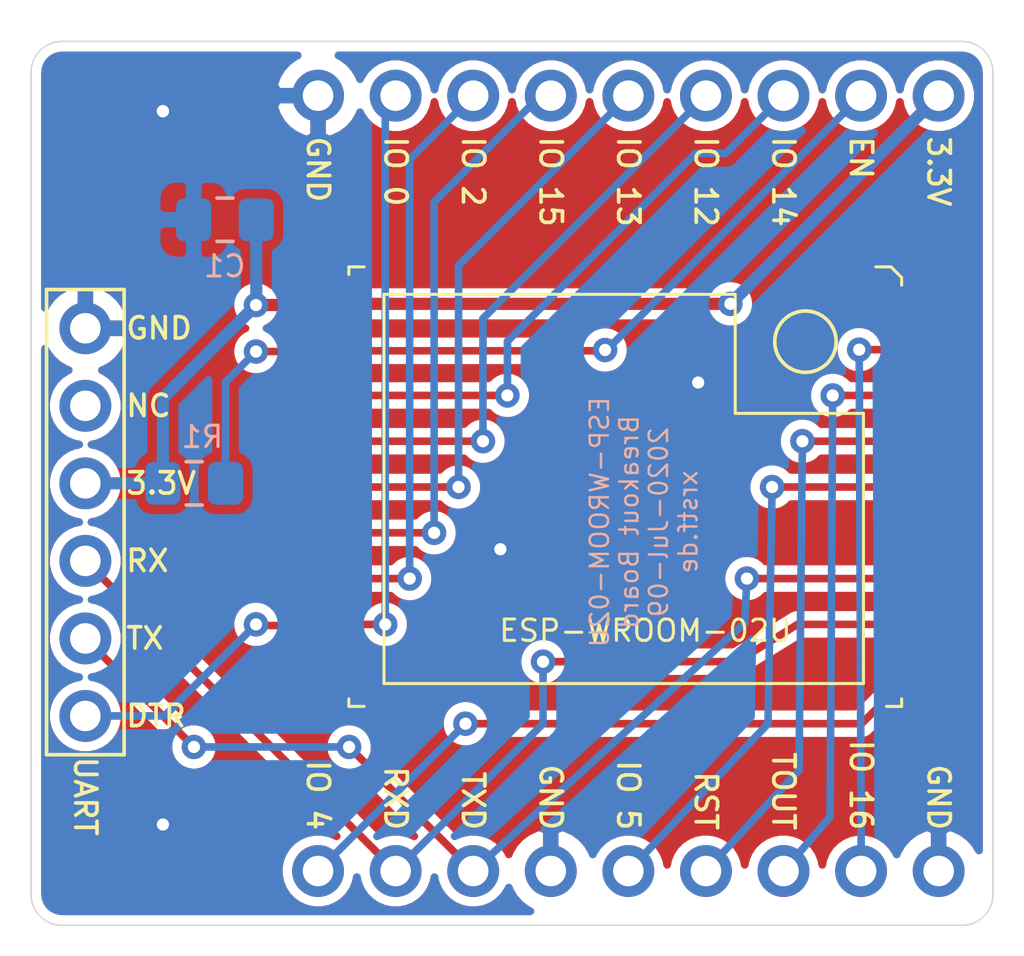
<source format=kicad_pcb>
(kicad_pcb (version 20171130) (host pcbnew "(5.1.6)-1")

  (general
    (thickness 1.6)
    (drawings 39)
    (tracks 105)
    (zones 0)
    (modules 6)
    (nets 17)
  )

  (page A4)
  (layers
    (0 F.Cu signal)
    (31 B.Cu signal)
    (32 B.Adhes user)
    (33 F.Adhes user)
    (34 B.Paste user)
    (35 F.Paste user)
    (36 B.SilkS user)
    (37 F.SilkS user)
    (38 B.Mask user)
    (39 F.Mask user)
    (40 Dwgs.User user)
    (41 Cmts.User user)
    (42 Eco1.User user)
    (43 Eco2.User user)
    (44 Edge.Cuts user)
    (45 Margin user)
    (46 B.CrtYd user)
    (47 F.CrtYd user)
    (48 B.Fab user)
    (49 F.Fab user)
  )

  (setup
    (last_trace_width 0.25)
    (trace_clearance 0.2)
    (zone_clearance 0.308)
    (zone_45_only no)
    (trace_min 0.2)
    (via_size 0.8)
    (via_drill 0.4)
    (via_min_size 0.4)
    (via_min_drill 0.3)
    (uvia_size 0.3)
    (uvia_drill 0.1)
    (uvias_allowed no)
    (uvia_min_size 0.2)
    (uvia_min_drill 0.1)
    (edge_width 0.05)
    (segment_width 0.2)
    (pcb_text_width 0.3)
    (pcb_text_size 1.5 1.5)
    (mod_edge_width 0.12)
    (mod_text_size 1 1)
    (mod_text_width 0.15)
    (pad_size 4 4)
    (pad_drill 0)
    (pad_to_mask_clearance 0.05)
    (aux_axis_origin 0 0)
    (visible_elements 7FFFFFFF)
    (pcbplotparams
      (layerselection 0x010fc_ffffffff)
      (usegerberextensions false)
      (usegerberattributes true)
      (usegerberadvancedattributes true)
      (creategerberjobfile true)
      (excludeedgelayer true)
      (linewidth 0.100000)
      (plotframeref false)
      (viasonmask false)
      (mode 1)
      (useauxorigin false)
      (hpglpennumber 1)
      (hpglpenspeed 20)
      (hpglpendiameter 15.000000)
      (psnegative false)
      (psa4output false)
      (plotreference true)
      (plotvalue true)
      (plotinvisibletext false)
      (padsonsilk false)
      (subtractmaskfromsilk false)
      (outputformat 1)
      (mirror false)
      (drillshape 0)
      (scaleselection 1)
      (outputdirectory "plot/"))
  )

  (net 0 "")
  (net 1 "Net-(IC1-Pad11)")
  (net 2 "Net-(IC1-Pad6)")
  (net 3 "Net-(IC1-Pad7)")
  (net 4 "Net-(IC1-Pad10)")
  (net 5 "Net-(IC1-Pad5)")
  (net 6 "Net-(IC1-Pad3)")
  (net 7 "Net-(IC1-Pad4)")
  (net 8 "Net-(IC1-Pad8)")
  (net 9 "Net-(IC1-Pad12)")
  (net 10 "Net-(IC1-Pad14)")
  (net 11 "Net-(IC1-Pad15)")
  (net 12 "Net-(IC1-Pad16)")
  (net 13 "Net-(IC1-Pad17)")
  (net 14 GNDREF)
  (net 15 +3V3)
  (net 16 "Net-(IC1-Pad2)")

  (net_class Default "This is the default net class."
    (clearance 0.2)
    (trace_width 0.25)
    (via_dia 0.8)
    (via_drill 0.4)
    (uvia_dia 0.3)
    (uvia_drill 0.1)
    (add_net +3V3)
    (add_net GNDREF)
    (add_net "Net-(IC1-Pad10)")
    (add_net "Net-(IC1-Pad11)")
    (add_net "Net-(IC1-Pad12)")
    (add_net "Net-(IC1-Pad14)")
    (add_net "Net-(IC1-Pad15)")
    (add_net "Net-(IC1-Pad16)")
    (add_net "Net-(IC1-Pad17)")
    (add_net "Net-(IC1-Pad2)")
    (add_net "Net-(IC1-Pad3)")
    (add_net "Net-(IC1-Pad4)")
    (add_net "Net-(IC1-Pad5)")
    (add_net "Net-(IC1-Pad6)")
    (add_net "Net-(IC1-Pad7)")
    (add_net "Net-(IC1-Pad8)")
  )

  (module ESP-WROOM-02-Breakout:ESP-WROOM-02U (layer F.Cu) (tedit 5F08670F) (tstamp 5F06EC21)
    (at 60.258 30.638)
    (descr "LGA-10, http://ams.com/eng/content/download/951091/2269479/471718")
    (tags "lga land grid array")
    (path /5F078ED2)
    (attr smd)
    (fp_text reference IC1 (at -2.092 -1.174) (layer F.SilkS) hide
      (effects (font (size 0.7 0.7) (thickness 0.1)))
    )
    (fp_text value ESP-WROOM-02U__4MB_ (at 1.21 6.573 180) (layer F.Fab)
      (effects (font (size 1 1) (thickness 0.15)))
    )
    (fp_circle (center 6.5 -4.8) (end 6.6 -5.8) (layer F.SilkS) (width 0.12))
    (fp_line (start 8.4 -2.45) (end 4.2 -2.45) (layer F.SilkS) (width 0.1))
    (fp_line (start 4.2 -6.35) (end 4.2 -2.45) (layer F.SilkS) (width 0.1))
    (fp_line (start 8.4 6.4) (end 8.4 -2.45) (layer F.SilkS) (width 0.1))
    (fp_line (start -7.3 -6.35) (end 4.2 -6.35) (layer F.SilkS) (width 0.1))
    (fp_line (start -7.3 6.4) (end -7.3 -6.35) (layer F.SilkS) (width 0.1))
    (fp_line (start -7.3 6.4) (end 8.4 6.4) (layer F.SilkS) (width 0.1))
    (fp_line (start 11 -7.4) (end 11 7.3) (layer F.CrtYd) (width 0.05))
    (fp_line (start 11 7.3) (end -9.8 7.3) (layer F.CrtYd) (width 0.05))
    (fp_line (start -9.8 7.3) (end -9.8 -7.4) (layer F.CrtYd) (width 0.05))
    (fp_line (start -9.8 -7.4) (end 11 -7.4) (layer F.CrtYd) (width 0.05))
    (fp_line (start 9.6 -6.9) (end 9.6 7.1) (layer F.Fab) (width 0.1))
    (fp_line (start 9.6 7.1) (end -8.4 7.1) (layer F.Fab) (width 0.1))
    (fp_line (start -8.4 7.1) (end -8.4 -7.2) (layer F.Fab) (width 0.1))
    (fp_line (start 9.6 -6.9) (end 9.3 -7.2) (layer F.Fab) (width 0.1))
    (fp_line (start -8.4 -7.2) (end 9.3 -7.2) (layer F.Fab) (width 0.1))
    (fp_line (start 8.8 -7.25) (end 9.3 -7.25) (layer F.SilkS) (width 0.1))
    (fp_line (start 9.15 7.15) (end 9.65 7.15) (layer F.SilkS) (width 0.1))
    (fp_line (start 9.65 6.9) (end 9.65 7.15) (layer F.SilkS) (width 0.1))
    (fp_line (start -8.45 -7.25) (end -8.45 -7) (layer F.SilkS) (width 0.1))
    (fp_line (start 9.3 -7.25) (end 9.65 -6.9) (layer F.SilkS) (width 0.1))
    (fp_line (start 9.65 -6.9) (end 9.65 -6.65) (layer F.SilkS) (width 0.1))
    (fp_line (start -8.45 -7.25) (end -7.95 -7.25) (layer F.SilkS) (width 0.1))
    (fp_line (start -8.45 7.15) (end -7.95 7.15) (layer F.SilkS) (width 0.1))
    (fp_line (start -8.45 6.9) (end -8.45 7.15) (layer F.SilkS) (width 0.1))
    (fp_text user ESP-WROOM-02U (at 1.26 4.668) (layer F.SilkS)
      (effects (font (size 0.7 0.7) (thickness 0.1)))
    )
    (fp_text user %R (at -0.4 -1.3) (layer F.Fab)
      (effects (font (size 0.5 0.5) (thickness 0.05)))
    )
    (pad 11 smd rect (at 10.1 4.5) (size 1.5 0.9) (layers F.Cu F.Paste F.Mask)
      (net 1 "Net-(IC1-Pad11)"))
    (pad 12 smd rect (at 10.1 3) (size 1.5 0.9) (layers F.Cu F.Paste F.Mask)
      (net 9 "Net-(IC1-Pad12)"))
    (pad 14 smd rect (at 10.1 0) (size 1.5 0.9) (layers F.Cu F.Paste F.Mask)
      (net 10 "Net-(IC1-Pad14)"))
    (pad 13 smd rect (at 10.1 1.5) (size 1.5 0.9) (layers F.Cu F.Paste F.Mask)
      (net 14 GNDREF))
    (pad 10 smd rect (at 10.1 6) (size 1.5 0.9) (layers F.Cu F.Paste F.Mask)
      (net 4 "Net-(IC1-Pad10)"))
    (pad 15 smd rect (at 10.1 -1.5) (size 1.5 0.9) (layers F.Cu F.Paste F.Mask)
      (net 11 "Net-(IC1-Pad15)"))
    (pad 16 smd rect (at 10.1 -3) (size 1.5 0.9) (layers F.Cu F.Paste F.Mask)
      (net 12 "Net-(IC1-Pad16)"))
    (pad 17 smd rect (at 10.1 -4.5) (size 1.5 0.9) (layers F.Cu F.Paste F.Mask)
      (net 13 "Net-(IC1-Pad17)"))
    (pad 18 smd rect (at 10.1 -6) (size 1.5 0.9) (layers F.Cu F.Paste F.Mask)
      (net 14 GNDREF))
    (pad 9 smd rect (at -8.9 6) (size 1.5 0.9) (layers F.Cu F.Paste F.Mask)
      (net 14 GNDREF))
    (pad 8 smd rect (at -8.9 4.5) (size 1.5 0.9) (layers F.Cu F.Paste F.Mask)
      (net 8 "Net-(IC1-Pad8)"))
    (pad 7 smd rect (at -8.9 3) (size 1.5 0.9) (layers F.Cu F.Paste F.Mask)
      (net 3 "Net-(IC1-Pad7)"))
    (pad 6 smd rect (at -8.9 1.5) (size 1.5 0.9) (layers F.Cu F.Paste F.Mask)
      (net 2 "Net-(IC1-Pad6)"))
    (pad 5 smd rect (at -8.9 0) (size 1.5 0.9) (layers F.Cu F.Paste F.Mask)
      (net 5 "Net-(IC1-Pad5)"))
    (pad 4 smd rect (at -8.9 -1.5) (size 1.5 0.9) (layers F.Cu F.Paste F.Mask)
      (net 7 "Net-(IC1-Pad4)"))
    (pad 3 smd rect (at -8.9 -3) (size 1.5 0.9) (layers F.Cu F.Paste F.Mask)
      (net 6 "Net-(IC1-Pad3)"))
    (pad 2 smd rect (at -8.9 -4.5) (size 1.5 0.9) (layers F.Cu F.Paste F.Mask)
      (net 16 "Net-(IC1-Pad2)"))
    (pad 1 smd rect (at -8.9 -6) (size 1.5 0.9) (layers F.Cu F.Paste F.Mask)
      (net 15 +3V3))
    (pad 19 smd rect (at 0.95 1.8) (size 4 4) (layers F.Cu F.Paste F.Mask)
      (net 14 GNDREF))
    (model ${KISYS3DMOD}/Package_LGA.3dshapes/AMS_LGA-10-1EP_2.7x4mm_P0.6mm.wrl
      (at (xyz 0 0 0))
      (scale (xyz 1 1 1))
      (rotate (xyz 0 0 0))
    )
  )

  (module ESP-WROOM-02-Breakout:PinHeader_1x09_P2.54mm_Vertical (layer F.Cu) (tedit 5F0629F9) (tstamp 5F06F162)
    (at 50.8 17.78 90)
    (descr "Through hole straight pin header, 1x09, 2.54mm pitch, single row")
    (tags "Through hole pin header THT 1x09 2.54mm single row")
    (path /5F0749E8)
    (fp_text reference J1 (at 0 -2.33 90) (layer F.SilkS) hide
      (effects (font (size 1 1) (thickness 0.15)))
    )
    (fp_text value "Left Pins" (at 0.508 17.018 180) (layer F.Fab)
      (effects (font (size 1 1) (thickness 0.15)))
    )
    (fp_line (start 1.3 -1.3) (end -1.3 -1.3) (layer F.CrtYd) (width 0.05))
    (fp_line (start 1.3 21.625) (end 1.3 -1.3) (layer F.CrtYd) (width 0.05))
    (fp_line (start -1.3 21.625) (end 1.3 21.625) (layer F.CrtYd) (width 0.05))
    (fp_line (start -1.3 -1.3) (end -1.3 21.625) (layer F.CrtYd) (width 0.05))
    (fp_line (start -1.275 21.59) (end -1.275 -1.27) (layer F.Fab) (width 0.1))
    (fp_line (start 1.27 21.59) (end -1.27 21.59) (layer F.Fab) (width 0.1))
    (fp_line (start 1.27 -1.27) (end 1.27 21.59) (layer F.Fab) (width 0.1))
    (fp_line (start -1.275 -1.27) (end 1.27 -1.27) (layer F.Fab) (width 0.1))
    (fp_text user %R (at 2.286 0) (layer F.Fab)
      (effects (font (size 1 1) (thickness 0.15)))
    )
    (pad 1 thru_hole oval (at 0 0 90) (size 1.7 1.7) (drill 1) (layers *.Cu *.Mask)
      (net 14 GNDREF))
    (pad 9 thru_hole oval (at 0 20.32 90) (size 1.7 1.7) (drill 1) (layers *.Cu *.Mask)
      (net 15 +3V3))
    (pad 8 thru_hole oval (at 0 17.78 90) (size 1.7 1.7) (drill 1) (layers *.Cu *.Mask)
      (net 16 "Net-(IC1-Pad2)"))
    (pad 7 thru_hole oval (at 0 15.24 90) (size 1.7 1.7) (drill 1) (layers *.Cu *.Mask)
      (net 6 "Net-(IC1-Pad3)"))
    (pad 6 thru_hole oval (at 0 12.7 90) (size 1.7 1.7) (drill 1) (layers *.Cu *.Mask)
      (net 7 "Net-(IC1-Pad4)"))
    (pad 5 thru_hole oval (at 0 10.16 90) (size 1.7 1.7) (drill 1) (layers *.Cu *.Mask)
      (net 5 "Net-(IC1-Pad5)"))
    (pad 4 thru_hole oval (at 0 7.62 90) (size 1.7 1.7) (drill 1) (layers *.Cu *.Mask)
      (net 2 "Net-(IC1-Pad6)"))
    (pad 3 thru_hole oval (at 0 5.08 90) (size 1.7 1.7) (drill 1) (layers *.Cu *.Mask)
      (net 3 "Net-(IC1-Pad7)"))
    (pad 2 thru_hole oval (at 0 2.54 90) (size 1.7 1.7) (drill 1) (layers *.Cu *.Mask)
      (net 8 "Net-(IC1-Pad8)"))
    (model ${KISYS3DMOD}/Connector_PinHeader_2.54mm.3dshapes/PinHeader_1x09_P2.54mm_Vertical.wrl
      (at (xyz 0 0 0))
      (scale (xyz 1 1 1))
      (rotate (xyz 0 0 0))
    )
  )

  (module ESP-WROOM-02-Breakout:PinHeader_1x09_P2.54mm_Vertical (layer F.Cu) (tedit 5F0629F9) (tstamp 5F06E56F)
    (at 71.12 43.18 270)
    (descr "Through hole straight pin header, 1x09, 2.54mm pitch, single row")
    (tags "Through hole pin header THT 1x09 2.54mm single row")
    (path /5F06BE20)
    (fp_text reference J2 (at 0 -2.33 90) (layer F.SilkS) hide
      (effects (font (size 1 1) (thickness 0.15)))
    )
    (fp_text value "Right Pins" (at 0.508 3.302 180) (layer F.Fab)
      (effects (font (size 1 1) (thickness 0.15)))
    )
    (fp_line (start 1.3 -1.3) (end -1.3 -1.3) (layer F.CrtYd) (width 0.05))
    (fp_line (start 1.3 21.625) (end 1.3 -1.3) (layer F.CrtYd) (width 0.05))
    (fp_line (start -1.3 21.625) (end 1.3 21.625) (layer F.CrtYd) (width 0.05))
    (fp_line (start -1.3 -1.3) (end -1.3 21.625) (layer F.CrtYd) (width 0.05))
    (fp_line (start -1.275 21.59) (end -1.275 -1.27) (layer F.Fab) (width 0.1))
    (fp_line (start 1.27 21.59) (end -1.27 21.59) (layer F.Fab) (width 0.1))
    (fp_line (start 1.27 -1.27) (end 1.27 21.59) (layer F.Fab) (width 0.1))
    (fp_line (start -1.275 -1.27) (end 1.27 -1.27) (layer F.Fab) (width 0.1))
    (fp_text user %R (at 0 10.16) (layer F.Fab)
      (effects (font (size 1 1) (thickness 0.15)))
    )
    (pad 1 thru_hole oval (at 0 0 270) (size 1.7 1.7) (drill 1) (layers *.Cu *.Mask)
      (net 14 GNDREF))
    (pad 9 thru_hole oval (at 0 20.32 270) (size 1.7 1.7) (drill 1) (layers *.Cu *.Mask)
      (net 4 "Net-(IC1-Pad10)"))
    (pad 8 thru_hole oval (at 0 17.78 270) (size 1.7 1.7) (drill 1) (layers *.Cu *.Mask)
      (net 1 "Net-(IC1-Pad11)"))
    (pad 7 thru_hole oval (at 0 15.24 270) (size 1.7 1.7) (drill 1) (layers *.Cu *.Mask)
      (net 9 "Net-(IC1-Pad12)"))
    (pad 6 thru_hole oval (at 0 12.7 270) (size 1.7 1.7) (drill 1) (layers *.Cu *.Mask)
      (net 14 GNDREF))
    (pad 5 thru_hole oval (at 0 10.16 270) (size 1.7 1.7) (drill 1) (layers *.Cu *.Mask)
      (net 10 "Net-(IC1-Pad14)"))
    (pad 4 thru_hole oval (at 0 7.62 270) (size 1.7 1.7) (drill 1) (layers *.Cu *.Mask)
      (net 11 "Net-(IC1-Pad15)"))
    (pad 3 thru_hole oval (at 0 5.08 270) (size 1.7 1.7) (drill 1) (layers *.Cu *.Mask)
      (net 12 "Net-(IC1-Pad16)"))
    (pad 2 thru_hole oval (at 0 2.54 270) (size 1.7 1.7) (drill 1) (layers *.Cu *.Mask)
      (net 13 "Net-(IC1-Pad17)"))
    (model ${KISYS3DMOD}/Connector_PinHeader_2.54mm.3dshapes/PinHeader_1x09_P2.54mm_Vertical.wrl
      (at (xyz 0 0 0))
      (scale (xyz 1 1 1))
      (rotate (xyz 0 0 0))
    )
  )

  (module Capacitor_SMD:C_0805_2012Metric_Pad1.15x1.40mm_HandSolder (layer B.Cu) (tedit 5B36C52B) (tstamp 5F088A6F)
    (at 47.752 21.844 180)
    (descr "Capacitor SMD 0805 (2012 Metric), square (rectangular) end terminal, IPC_7351 nominal with elongated pad for handsoldering. (Body size source: https://docs.google.com/spreadsheets/d/1BsfQQcO9C6DZCsRaXUlFlo91Tg2WpOkGARC1WS5S8t0/edit?usp=sharing), generated with kicad-footprint-generator")
    (tags "capacitor handsolder")
    (path /5F0BB8D9)
    (attr smd)
    (fp_text reference C1 (at 0.009 -1.524 180) (layer B.SilkS)
      (effects (font (size 0.7 0.7) (thickness 0.1)) (justify mirror))
    )
    (fp_text value 10uF (at 0 -1.65 180) (layer B.Fab)
      (effects (font (size 1 1) (thickness 0.15)) (justify mirror))
    )
    (fp_line (start 1.85 -0.95) (end -1.85 -0.95) (layer B.CrtYd) (width 0.05))
    (fp_line (start 1.85 0.95) (end 1.85 -0.95) (layer B.CrtYd) (width 0.05))
    (fp_line (start -1.85 0.95) (end 1.85 0.95) (layer B.CrtYd) (width 0.05))
    (fp_line (start -1.85 -0.95) (end -1.85 0.95) (layer B.CrtYd) (width 0.05))
    (fp_line (start -0.261252 -0.71) (end 0.261252 -0.71) (layer B.SilkS) (width 0.12))
    (fp_line (start -0.261252 0.71) (end 0.261252 0.71) (layer B.SilkS) (width 0.12))
    (fp_line (start 1 -0.6) (end -1 -0.6) (layer B.Fab) (width 0.1))
    (fp_line (start 1 0.6) (end 1 -0.6) (layer B.Fab) (width 0.1))
    (fp_line (start -1 0.6) (end 1 0.6) (layer B.Fab) (width 0.1))
    (fp_line (start -1 -0.6) (end -1 0.6) (layer B.Fab) (width 0.1))
    (fp_text user %R (at 0 0 180) (layer B.Fab)
      (effects (font (size 0.5 0.5) (thickness 0.08)) (justify mirror))
    )
    (pad 2 smd roundrect (at 1.025 0 180) (size 1.15 1.4) (layers B.Cu B.Paste B.Mask) (roundrect_rratio 0.217391)
      (net 14 GNDREF))
    (pad 1 smd roundrect (at -1.025 0 180) (size 1.15 1.4) (layers B.Cu B.Paste B.Mask) (roundrect_rratio 0.217391)
      (net 15 +3V3))
    (model ${KISYS3DMOD}/Capacitor_SMD.3dshapes/C_0805_2012Metric.wrl
      (at (xyz 0 0 0))
      (scale (xyz 1 1 1))
      (rotate (xyz 0 0 0))
    )
  )

  (module ESP-WROOM-02-Breakout:PinHeader_1x06_P2.54mm_Vertical (layer B.Cu) (tedit 5F0753CA) (tstamp 5F0761F9)
    (at 43.18 31.75)
    (descr "Through hole straight pin header, 1x09, 2.54mm pitch, single row")
    (tags "Through hole pin header THT 1x09 2.54mm single row")
    (path /5F09230F)
    (fp_text reference J3 (at 0 8.68) (layer B.SilkS) hide
      (effects (font (size 1 1) (thickness 0.15)) (justify mirror))
    )
    (fp_text value UART (at 0 -8.68) (layer B.Fab)
      (effects (font (size 1 1) (thickness 0.15)) (justify mirror))
    )
    (fp_line (start -1.275 7.62) (end 1.27 7.62) (layer B.Fab) (width 0.1))
    (fp_line (start 1.27 7.62) (end 1.27 -7.62) (layer B.Fab) (width 0.1))
    (fp_line (start 1.27 -7.62) (end -1.27 -7.62) (layer B.Fab) (width 0.1))
    (fp_line (start -1.275 -7.62) (end -1.275 7.62) (layer B.Fab) (width 0.1))
    (fp_line (start -1.3 7.65) (end -1.3 -7.655) (layer B.CrtYd) (width 0.05))
    (fp_line (start -1.3 -7.655) (end 1.3 -7.655) (layer B.CrtYd) (width 0.05))
    (fp_line (start 1.3 -7.655) (end 1.27 7.62) (layer B.CrtYd) (width 0.05))
    (fp_line (start 1.3 7.65) (end -1.3 7.65) (layer B.CrtYd) (width 0.05))
    (fp_text user %R (at 0 -3.81 -90) (layer B.Fab)
      (effects (font (size 1 1) (thickness 0.15)) (justify mirror))
    )
    (pad 1 thru_hole oval (at 0 6.35) (size 1.7 1.7) (drill 1) (layers *.Cu *.Mask)
      (net 8 "Net-(IC1-Pad8)"))
    (pad 6 thru_hole oval (at 0 -6.35) (size 1.7 1.7) (drill 1) (layers *.Cu *.Mask)
      (net 14 GNDREF))
    (pad 5 thru_hole oval (at 0 -3.81) (size 1.7 1.7) (drill 1) (layers *.Cu *.Mask))
    (pad 4 thru_hole oval (at 0 -1.27) (size 1.7 1.7) (drill 1) (layers *.Cu *.Mask)
      (net 15 +3V3))
    (pad 3 thru_hole oval (at 0 1.27) (size 1.7 1.7) (drill 1) (layers *.Cu *.Mask)
      (net 1 "Net-(IC1-Pad11)"))
    (pad 2 thru_hole oval (at 0 3.81) (size 1.7 1.7) (drill 1) (layers *.Cu *.Mask)
      (net 9 "Net-(IC1-Pad12)"))
    (model ${KISYS3DMOD}/Connector_PinHeader_2.54mm.3dshapes/PinHeader_1x09_P2.54mm_Vertical.wrl
      (at (xyz 0 0 0))
      (scale (xyz 1 1 1))
      (rotate (xyz 0 0 0))
    )
  )

  (module Resistor_SMD:R_0805_2012Metric_Pad1.15x1.40mm_HandSolder (layer B.Cu) (tedit 5B36C52B) (tstamp 5F0897AF)
    (at 46.745 30.48)
    (descr "Resistor SMD 0805 (2012 Metric), square (rectangular) end terminal, IPC_7351 nominal with elongated pad for handsoldering. (Body size source: https://docs.google.com/spreadsheets/d/1BsfQQcO9C6DZCsRaXUlFlo91Tg2WpOkGARC1WS5S8t0/edit?usp=sharing), generated with kicad-footprint-generator")
    (tags "resistor handsolder")
    (path /5F09F23A)
    (attr smd)
    (fp_text reference R1 (at 0.263 -1.524) (layer B.SilkS)
      (effects (font (size 0.7 0.7) (thickness 0.1)) (justify mirror))
    )
    (fp_text value 10K (at 0 -1.65) (layer B.Fab)
      (effects (font (size 1 1) (thickness 0.15)) (justify mirror))
    )
    (fp_line (start 1.85 -0.95) (end -1.85 -0.95) (layer B.CrtYd) (width 0.05))
    (fp_line (start 1.85 0.95) (end 1.85 -0.95) (layer B.CrtYd) (width 0.05))
    (fp_line (start -1.85 0.95) (end 1.85 0.95) (layer B.CrtYd) (width 0.05))
    (fp_line (start -1.85 -0.95) (end -1.85 0.95) (layer B.CrtYd) (width 0.05))
    (fp_line (start -0.261252 -0.71) (end 0.261252 -0.71) (layer B.SilkS) (width 0.12))
    (fp_line (start -0.261252 0.71) (end 0.261252 0.71) (layer B.SilkS) (width 0.12))
    (fp_line (start 1 -0.6) (end -1 -0.6) (layer B.Fab) (width 0.1))
    (fp_line (start 1 0.6) (end 1 -0.6) (layer B.Fab) (width 0.1))
    (fp_line (start -1 0.6) (end 1 0.6) (layer B.Fab) (width 0.1))
    (fp_line (start -1 -0.6) (end -1 0.6) (layer B.Fab) (width 0.1))
    (fp_text user %R (at 0 0) (layer B.Fab)
      (effects (font (size 0.5 0.5) (thickness 0.08)) (justify mirror))
    )
    (pad 2 smd roundrect (at 1.025 0) (size 1.15 1.4) (layers B.Cu B.Paste B.Mask) (roundrect_rratio 0.217391)
      (net 16 "Net-(IC1-Pad2)"))
    (pad 1 smd roundrect (at -1.025 0) (size 1.15 1.4) (layers B.Cu B.Paste B.Mask) (roundrect_rratio 0.217391)
      (net 15 +3V3))
    (model ${KISYS3DMOD}/Resistor_SMD.3dshapes/R_0805_2012Metric.wrl
      (at (xyz 0 0 0))
      (scale (xyz 1 1 1))
      (rotate (xyz 0 0 0))
    )
  )

  (gr_text "ESP-WROOM-02U\nBreakout Board\n2020-Jul-09\nxrstf.de" (at 61.468 31.75 90) (layer B.SilkS)
    (effects (font (size 0.6 0.6) (thickness 0.08)) (justify mirror))
  )
  (gr_line (start 71.882 16.002) (end 42.418 16.002) (layer Edge.Cuts) (width 0.05) (tstamp 5F07B70E))
  (gr_line (start 41.91 24.13) (end 42.164 24.13) (layer F.SilkS) (width 0.12) (tstamp 5F07B1C3))
  (gr_line (start 41.91 39.37) (end 41.91 24.13) (layer F.SilkS) (width 0.12))
  (gr_text UART (at 43.18 39.37 270) (layer F.SilkS) (tstamp 5F07B139)
    (effects (font (size 0.7 0.7) (thickness 0.12)) (justify left))
  )
  (gr_line (start 44.45 39.37) (end 41.91 39.37) (layer F.SilkS) (width 0.12))
  (gr_line (start 44.45 24.13) (end 44.45 39.37) (layer F.SilkS) (width 0.12))
  (gr_line (start 42.164 24.13) (end 44.45 24.13) (layer F.SilkS) (width 0.12))
  (gr_text GND (at 44.45 25.4) (layer F.SilkS) (tstamp 5F079240)
    (effects (font (size 0.7 0.7) (thickness 0.12)) (justify left))
  )
  (gr_text NC (at 44.45 27.94) (layer F.SilkS) (tstamp 5F07923E)
    (effects (font (size 0.7 0.7) (thickness 0.12)) (justify left))
  )
  (gr_text 3.3V (at 44.45 30.48) (layer F.SilkS) (tstamp 5F07923C)
    (effects (font (size 0.7 0.7) (thickness 0.12)) (justify left))
  )
  (gr_text TX (at 44.45 35.56) (layer F.SilkS) (tstamp 5F07923A)
    (effects (font (size 0.7 0.7) (thickness 0.12)) (justify left))
  )
  (gr_text RX (at 44.45 33.02) (layer F.SilkS) (tstamp 5F079238)
    (effects (font (size 0.7 0.7) (thickness 0.12)) (justify left))
  )
  (gr_text DTR (at 44.45 38.1) (layer F.SilkS) (tstamp 5F0791B5)
    (effects (font (size 0.7 0.7) (thickness 0.12)) (justify left))
  )
  (gr_arc (start 42.418 17.018) (end 42.418 16.002) (angle -90) (layer Edge.Cuts) (width 0.05))
  (gr_arc (start 42.418 43.942) (end 41.402 43.942) (angle -90) (layer Edge.Cuts) (width 0.05))
  (gr_arc (start 71.882 43.942) (end 71.882 44.958) (angle -90) (layer Edge.Cuts) (width 0.05))
  (gr_arc (start 71.882 17.018) (end 72.898 17.018) (angle -90) (layer Edge.Cuts) (width 0.05))
  (gr_text "IO 4" (at 50.8 41.91 270) (layer F.SilkS) (tstamp 5F07071A)
    (effects (font (size 0.7 0.7) (thickness 0.12)) (justify right))
  )
  (gr_text RXD (at 53.34 41.91 270) (layer F.SilkS) (tstamp 5F070717)
    (effects (font (size 0.7 0.7) (thickness 0.12)) (justify right))
  )
  (gr_text TXD (at 55.88 41.91 270) (layer F.SilkS) (tstamp 5F070714)
    (effects (font (size 0.7 0.7) (thickness 0.12)) (justify right))
  )
  (gr_text GND (at 58.42 41.91 270) (layer F.SilkS) (tstamp 5F070711)
    (effects (font (size 0.7 0.7) (thickness 0.12)) (justify right))
  )
  (gr_text "IO 5" (at 60.96 41.91 270) (layer F.SilkS) (tstamp 5F07070E)
    (effects (font (size 0.7 0.7) (thickness 0.12)) (justify right))
  )
  (gr_text RST (at 63.5 41.91 270) (layer F.SilkS) (tstamp 5F07070B)
    (effects (font (size 0.7 0.7) (thickness 0.12)) (justify right))
  )
  (gr_text TOUT (at 66.04 41.91 270) (layer F.SilkS) (tstamp 5F070707)
    (effects (font (size 0.7 0.7) (thickness 0.12)) (justify right))
  )
  (gr_text "IO 16" (at 68.58 41.91 270) (layer F.SilkS) (tstamp 5F070703)
    (effects (font (size 0.7 0.7) (thickness 0.12)) (justify right))
  )
  (gr_text GND (at 71.12 41.91 270) (layer F.SilkS) (tstamp 5F0706FB)
    (effects (font (size 0.7 0.7) (thickness 0.12)) (justify right))
  )
  (gr_line (start 41.402 43.942) (end 41.402 17.018) (layer Edge.Cuts) (width 0.05))
  (gr_line (start 71.882 44.958) (end 42.418 44.958) (layer Edge.Cuts) (width 0.05))
  (gr_line (start 72.898 17.018) (end 72.898 43.942) (layer Edge.Cuts) (width 0.05))
  (gr_text GND (at 50.8 19.05 270) (layer F.SilkS) (tstamp 5F07050B)
    (effects (font (size 0.7 0.7) (thickness 0.12)) (justify left))
  )
  (gr_text "IO 0" (at 53.34 19.05 270) (layer F.SilkS) (tstamp 5F070509)
    (effects (font (size 0.7 0.7) (thickness 0.12)) (justify left))
  )
  (gr_text "IO 2" (at 55.88 19.05 270) (layer F.SilkS) (tstamp 5F070507)
    (effects (font (size 0.7 0.7) (thickness 0.12)) (justify left))
  )
  (gr_text "IO 15" (at 58.42 19.05 270) (layer F.SilkS) (tstamp 5F070505)
    (effects (font (size 0.7 0.7) (thickness 0.12)) (justify left))
  )
  (gr_text "IO 13" (at 60.96 19.05 270) (layer F.SilkS) (tstamp 5F070503)
    (effects (font (size 0.7 0.7) (thickness 0.12)) (justify left))
  )
  (gr_text "IO 12" (at 63.5 19.05 270) (layer F.SilkS) (tstamp 5F070501)
    (effects (font (size 0.7 0.7) (thickness 0.12)) (justify left))
  )
  (gr_text "IO 14" (at 66.04 19.05 270) (layer F.SilkS) (tstamp 5F07A577)
    (effects (font (size 0.7 0.7) (thickness 0.12)) (justify left))
  )
  (gr_text EN (at 68.58 19.05 270) (layer F.SilkS) (tstamp 5F06EE35)
    (effects (font (size 0.7 0.7) (thickness 0.12)) (justify left))
  )
  (gr_text "3.3V\n" (at 71.12 19.05 270) (layer F.SilkS)
    (effects (font (size 0.7 0.7) (thickness 0.12)) (justify left))
  )

  (segment (start 58.166 38.354) (end 53.34 43.18) (width 0.25) (layer B.Cu) (net 1))
  (via (at 58.166 36.322) (size 0.8) (drill 0.4) (layers F.Cu B.Cu) (net 1))
  (segment (start 58.166 36.322) (end 58.166 38.354) (width 0.25) (layer B.Cu) (net 1))
  (segment (start 58.166 36.322) (end 64.516 36.322) (width 0.25) (layer F.Cu) (net 1))
  (segment (start 66.5 35.1) (end 70.348 35.1) (width 0.25) (layer F.Cu) (net 1))
  (segment (start 64.516 36.322) (end 66.5 35.1) (width 0.25) (layer F.Cu) (net 1))
  (segment (start 43.18 33.02) (end 53.34 43.18) (width 0.25) (layer F.Cu) (net 1))
  (via (at 54.6 32.1) (size 0.8) (drill 0.4) (layers F.Cu B.Cu) (net 2))
  (segment (start 50.84 32.1) (end 54.6 32.1) (width 0.25) (layer F.Cu) (net 2))
  (segment (start 58.08359 17.78) (end 58.42 17.78) (width 0.25) (layer B.Cu) (net 2))
  (segment (start 54.6 21.26359) (end 58.08359 17.78) (width 0.25) (layer B.Cu) (net 2))
  (segment (start 54.6 32.1) (end 54.6 21.26359) (width 0.25) (layer B.Cu) (net 2))
  (via (at 53.8 33.6) (size 0.8) (drill 0.4) (layers F.Cu B.Cu) (net 3))
  (segment (start 50.84 33.6) (end 53.9 33.6) (width 0.25) (layer F.Cu) (net 3))
  (segment (start 53.8 19.86) (end 55.88 17.78) (width 0.25) (layer B.Cu) (net 3))
  (segment (start 53.8 33.6) (end 53.8 19.86) (width 0.25) (layer B.Cu) (net 3))
  (segment (start 55.626 38.354) (end 55.626 38.354) (width 0.25) (layer F.Cu) (net 4) (tstamp 5F076753))
  (via (at 55.626 38.354) (size 0.8) (drill 0.4) (layers F.Cu B.Cu) (net 4))
  (segment (start 55.626 38.354) (end 50.8 43.18) (width 0.25) (layer B.Cu) (net 4))
  (segment (start 68.594 38.354) (end 55.626 38.354) (width 0.25) (layer F.Cu) (net 4))
  (segment (start 70.348 36.6) (end 68.594 38.354) (width 0.25) (layer F.Cu) (net 4))
  (via (at 55.4 30.6) (size 0.8) (drill 0.4) (layers F.Cu B.Cu) (net 5))
  (segment (start 50.84 30.6) (end 55.4 30.6) (width 0.25) (layer F.Cu) (net 5))
  (segment (start 55.4 23.34) (end 60.96 17.78) (width 0.25) (layer B.Cu) (net 5))
  (segment (start 55.4 30.6) (end 55.4 23.34) (width 0.25) (layer B.Cu) (net 5))
  (segment (start 66.1 17.84) (end 66.04 17.78) (width 0.25) (layer F.Cu) (net 6))
  (via (at 57 27.6) (size 0.8) (drill 0.4) (layers F.Cu B.Cu) (net 6))
  (segment (start 50.84 27.6) (end 57 27.6) (width 0.25) (layer F.Cu) (net 6))
  (segment (start 57 27.6) (end 57 25.826998) (width 0.25) (layer B.Cu) (net 6))
  (segment (start 66.04 17.78) (end 64.1477 19.6723) (width 0.25) (layer B.Cu) (net 6))
  (segment (start 63.154698 19.6723) (end 59.911049 22.915949) (width 0.25) (layer B.Cu) (net 6))
  (segment (start 57 25.826998) (end 59.911049 22.915949) (width 0.25) (layer B.Cu) (net 6))
  (segment (start 64.1477 19.6723) (end 63.154698 19.6723) (width 0.25) (layer B.Cu) (net 6))
  (segment (start 59.911049 22.915949) (end 60.226998 22.6) (width 0.25) (layer B.Cu) (net 6))
  (via (at 56.2 29.1) (size 0.8) (drill 0.4) (layers F.Cu B.Cu) (net 7))
  (segment (start 50.84 29.1) (end 56.2 29.1) (width 0.25) (layer F.Cu) (net 7))
  (segment (start 56.2 25.08) (end 63.5 17.78) (width 0.25) (layer B.Cu) (net 7))
  (segment (start 56.2 29.1) (end 56.2 25.08) (width 0.25) (layer B.Cu) (net 7))
  (segment (start 53.594 18.034) (end 53.34 17.78) (width 0.25) (layer B.Cu) (net 8))
  (via (at 53 35.1) (size 0.8) (drill 0.4) (layers F.Cu B.Cu) (net 8))
  (segment (start 50.84 35.1) (end 53 35.1) (width 0.25) (layer F.Cu) (net 8))
  (segment (start 53 18.12) (end 53.34 17.78) (width 0.25) (layer B.Cu) (net 8))
  (segment (start 53 20.66) (end 53 18.12) (width 0.25) (layer B.Cu) (net 8))
  (segment (start 53 35.1) (end 53 22.52) (width 0.25) (layer B.Cu) (net 8))
  (segment (start 53 22.52) (end 53 21.9358) (width 0.25) (layer B.Cu) (net 8))
  (segment (start 53 21.9358) (end 53 20.66) (width 0.25) (layer B.Cu) (net 8))
  (via (at 48.768 35.1) (size 0.8) (drill 0.4) (layers F.Cu B.Cu) (net 8))
  (segment (start 48.806 35.138) (end 48.768 35.1) (width 0.25) (layer F.Cu) (net 8))
  (segment (start 51.358 35.138) (end 48.806 35.138) (width 0.25) (layer F.Cu) (net 8))
  (segment (start 48.768 35.1) (end 45.768 38.1) (width 0.25) (layer B.Cu) (net 8))
  (segment (start 45.768 38.1) (end 43.18 38.1) (width 0.25) (layer B.Cu) (net 8))
  (via (at 64.842 33.6) (size 0.8) (drill 0.4) (layers F.Cu B.Cu) (net 9))
  (segment (start 69.84 33.6) (end 64.842 33.6) (width 0.25) (layer F.Cu) (net 9))
  (segment (start 64.77 35.052) (end 55.88 43.18) (width 0.25) (layer B.Cu) (net 9))
  (segment (start 64.842 33.6) (end 64.77 35.052) (width 0.25) (layer B.Cu) (net 9))
  (via (at 46.736 39.116) (size 0.8) (drill 0.4) (layers F.Cu B.Cu) (net 9))
  (segment (start 43.18 35.56) (end 46.736 39.116) (width 0.25) (layer F.Cu) (net 9))
  (via (at 51.816 39.116) (size 0.8) (drill 0.4) (layers F.Cu B.Cu) (net 9))
  (segment (start 46.736 39.116) (end 51.816 39.116) (width 0.25) (layer B.Cu) (net 9))
  (segment (start 51.816 39.116) (end 55.88 43.18) (width 0.25) (layer F.Cu) (net 9))
  (segment (start 65.532 38.354) (end 60.96 43.18) (width 0.25) (layer B.Cu) (net 10))
  (segment (start 65.666 30.6) (end 65.532 38.354) (width 0.25) (layer B.Cu) (net 10))
  (via (at 65.666 30.6) (size 0.8) (drill 0.4) (layers F.Cu B.Cu) (net 10))
  (segment (start 69.84 30.6) (end 65.666 30.6) (width 0.25) (layer F.Cu) (net 10))
  (via (at 66.658 29.1) (size 0.8) (drill 0.4) (layers F.Cu B.Cu) (net 11))
  (segment (start 69.84 29.1) (end 66.658 29.1) (width 0.25) (layer F.Cu) (net 11))
  (segment (start 66.548 39.878) (end 63.5 43.18) (width 0.25) (layer B.Cu) (net 11))
  (segment (start 66.658 29.1) (end 66.548 39.878) (width 0.25) (layer B.Cu) (net 11))
  (via (at 67.65 27.6) (size 0.8) (drill 0.4) (layers F.Cu B.Cu) (net 12))
  (segment (start 67.565544 41.402) (end 66.04 43.18) (width 0.25) (layer B.Cu) (net 12))
  (segment (start 67.65 27.6) (end 67.565544 41.402) (width 0.25) (layer B.Cu) (net 12))
  (segment (start 70.348 27.6) (end 67.65 27.6) (width 0.25) (layer F.Cu) (net 12))
  (via (at 68.518 26.1) (size 0.8) (drill 0.4) (layers F.Cu B.Cu) (net 13))
  (segment (start 69.84 26.1) (end 68.518 26.1) (width 0.25) (layer F.Cu) (net 13))
  (segment (start 68.58 41.656) (end 68.58 43.18) (width 0.25) (layer B.Cu) (net 13))
  (segment (start 68.518 26.1) (end 68.574959 40.391041) (width 0.25) (layer B.Cu) (net 13))
  (segment (start 68.574959 40.391041) (end 68.58 41.656) (width 0.25) (layer B.Cu) (net 13) (tstamp 5F071402))
  (via (at 48.768 24.638) (size 0.8) (drill 0.4) (layers F.Cu B.Cu) (net 15))
  (segment (start 51.358 24.638) (end 48.768 24.638) (width 0.4) (layer F.Cu) (net 15))
  (segment (start 48.777 24.629) (end 48.768 24.638) (width 0.25) (layer B.Cu) (net 15))
  (segment (start 48.777 21.844) (end 48.777 24.629) (width 0.4) (layer B.Cu) (net 15))
  (via (at 45.72 41.656) (size 0.8) (drill 0.4) (layers F.Cu B.Cu) (net 14))
  (via (at 45.72 18.288) (size 0.8) (drill 0.4) (layers F.Cu B.Cu) (net 14))
  (via (at 45.72 18.288) (size 0.8) (drill 0.4) (layers F.Cu B.Cu) (net 14))
  (via (at 56.769 32.639) (size 0.8) (drill 0.4) (layers F.Cu B.Cu) (net 14))
  (via (at 63.246 27.178) (size 0.8) (drill 0.4) (layers F.Cu B.Cu) (net 14))
  (segment (start 71.1 17.8) (end 71.12 17.78) (width 0.25) (layer F.Cu) (net 15))
  (segment (start 71.0692 17.8308) (end 71.12 17.78) (width 0.25) (layer B.Cu) (net 15))
  (segment (start 45.72 27.686) (end 48.768 24.638) (width 0.4) (layer B.Cu) (net 15))
  (segment (start 45.72 30.48) (end 45.72 27.686) (width 0.4) (layer B.Cu) (net 15))
  (via (at 64.3 24.6) (size 0.8) (drill 0.4) (layers F.Cu B.Cu) (net 15))
  (segment (start 71.12 17.78) (end 64.3 24.6) (width 0.4) (layer B.Cu) (net 15))
  (segment (start 51.348 24.6) (end 64.3 24.6) (width 0.4) (layer F.Cu) (net 15))
  (segment (start 45.72 30.48) (end 43.18 30.48) (width 0.4) (layer B.Cu) (net 15))
  (segment (start 68.6 17.8) (end 68.58 17.78) (width 0.25) (layer F.Cu) (net 16))
  (via (at 60.198 26.1112) (size 0.8) (drill 0.4) (layers F.Cu B.Cu) (net 16))
  (via (at 48.768 26.162) (size 0.8) (drill 0.4) (layers F.Cu B.Cu) (net 16))
  (segment (start 47.77 30.48) (end 47.77 27.16) (width 0.25) (layer B.Cu) (net 16))
  (segment (start 47.77 27.16) (end 48.768 26.162) (width 0.25) (layer B.Cu) (net 16))
  (segment (start 51.334 26.162) (end 51.358 26.138) (width 0.25) (layer F.Cu) (net 16))
  (segment (start 48.768 26.162) (end 51.334 26.162) (width 0.25) (layer F.Cu) (net 16))
  (segment (start 60.2488 26.1112) (end 60.198 26.1112) (width 0.25) (layer B.Cu) (net 16))
  (segment (start 68.58 17.78) (end 60.2488 26.1112) (width 0.25) (layer B.Cu) (net 16))
  (segment (start 60.1712 26.138) (end 60.198 26.1112) (width 0.25) (layer F.Cu) (net 16))
  (segment (start 51.358 26.138) (end 60.1712 26.138) (width 0.25) (layer F.Cu) (net 16))

  (zone (net 14) (net_name GNDREF) (layer B.Cu) (tstamp 5F0894D5) (hatch edge 0.508)
    (connect_pads (clearance 0.308))
    (min_thickness 0.254)
    (fill yes (arc_segments 32) (thermal_gap 0.508) (thermal_bridge_width 0.508))
    (polygon
      (pts
        (xy 73.914 45.974) (xy 40.386 45.974) (xy 40.386 14.986) (xy 73.914 14.986)
      )
    )
    (filled_polygon
      (pts
        (xy 50.03308 16.508359) (xy 49.799731 16.682412) (xy 49.604822 16.898645) (xy 49.455843 17.148748) (xy 49.358519 17.423109)
        (xy 49.479186 17.653) (xy 50.673 17.653) (xy 50.673 17.633) (xy 50.927 17.633) (xy 50.927 17.653)
        (xy 50.947 17.653) (xy 50.947 17.907) (xy 50.927 17.907) (xy 50.927 19.100155) (xy 51.15689 19.221476)
        (xy 51.304099 19.176825) (xy 51.56692 19.051641) (xy 51.800269 18.877588) (xy 51.995178 18.661355) (xy 52.144157 18.411252)
        (xy 52.174808 18.324846) (xy 52.201247 18.388676) (xy 52.341875 18.59914) (xy 52.440001 18.697266) (xy 52.44 20.687505)
        (xy 52.440001 20.687515) (xy 52.44 21.908294) (xy 52.44 22.547505) (xy 52.440001 22.547515) (xy 52.44 34.479132)
        (xy 52.351413 34.567719) (xy 52.260033 34.704479) (xy 52.197089 34.85644) (xy 52.165 35.01776) (xy 52.165 35.18224)
        (xy 52.197089 35.34356) (xy 52.260033 35.495521) (xy 52.351413 35.632281) (xy 52.467719 35.748587) (xy 52.604479 35.839967)
        (xy 52.75644 35.902911) (xy 52.91776 35.935) (xy 53.08224 35.935) (xy 53.24356 35.902911) (xy 53.395521 35.839967)
        (xy 53.532281 35.748587) (xy 53.648587 35.632281) (xy 53.739967 35.495521) (xy 53.802911 35.34356) (xy 53.835 35.18224)
        (xy 53.835 35.01776) (xy 53.802911 34.85644) (xy 53.739967 34.704479) (xy 53.648587 34.567719) (xy 53.56 34.479132)
        (xy 53.56 34.403619) (xy 53.71776 34.435) (xy 53.88224 34.435) (xy 54.04356 34.402911) (xy 54.195521 34.339967)
        (xy 54.332281 34.248587) (xy 54.448587 34.132281) (xy 54.539967 33.995521) (xy 54.602911 33.84356) (xy 54.635 33.68224)
        (xy 54.635 33.51776) (xy 54.602911 33.35644) (xy 54.539967 33.204479) (xy 54.448587 33.067719) (xy 54.36 32.979132)
        (xy 54.36 32.903619) (xy 54.51776 32.935) (xy 54.68224 32.935) (xy 54.84356 32.902911) (xy 54.995521 32.839967)
        (xy 55.132281 32.748587) (xy 55.248587 32.632281) (xy 55.339967 32.495521) (xy 55.402911 32.34356) (xy 55.435 32.18224)
        (xy 55.435 32.01776) (xy 55.402911 31.85644) (xy 55.339967 31.704479) (xy 55.248587 31.567719) (xy 55.16 31.479132)
        (xy 55.16 31.403619) (xy 55.31776 31.435) (xy 55.48224 31.435) (xy 55.64356 31.402911) (xy 55.795521 31.339967)
        (xy 55.932281 31.248587) (xy 56.048587 31.132281) (xy 56.139967 30.995521) (xy 56.202911 30.84356) (xy 56.235 30.68224)
        (xy 56.235 30.51776) (xy 56.202911 30.35644) (xy 56.139967 30.204479) (xy 56.048587 30.067719) (xy 55.96 29.979132)
        (xy 55.96 29.903619) (xy 56.11776 29.935) (xy 56.28224 29.935) (xy 56.44356 29.902911) (xy 56.595521 29.839967)
        (xy 56.732281 29.748587) (xy 56.848587 29.632281) (xy 56.939967 29.495521) (xy 57.002911 29.34356) (xy 57.035 29.18224)
        (xy 57.035 29.01776) (xy 57.002911 28.85644) (xy 56.939967 28.704479) (xy 56.848587 28.567719) (xy 56.76 28.479132)
        (xy 56.76 28.403619) (xy 56.91776 28.435) (xy 57.08224 28.435) (xy 57.24356 28.402911) (xy 57.395521 28.339967)
        (xy 57.532281 28.248587) (xy 57.648587 28.132281) (xy 57.739967 27.995521) (xy 57.802911 27.84356) (xy 57.835 27.68224)
        (xy 57.835 27.51776) (xy 57.802911 27.35644) (xy 57.739967 27.204479) (xy 57.648587 27.067719) (xy 57.56 26.979132)
        (xy 57.56 26.058957) (xy 60.326478 23.29248) (xy 60.326483 23.292474) (xy 63.386658 20.2323) (xy 64.120204 20.2323)
        (xy 64.1477 20.235008) (xy 64.175196 20.2323) (xy 64.175206 20.2323) (xy 64.257479 20.224197) (xy 64.363039 20.192175)
        (xy 64.460324 20.140175) (xy 64.499404 20.108103) (xy 64.52423 20.087729) (xy 64.524231 20.087728) (xy 64.545595 20.070195)
        (xy 64.563128 20.048831) (xy 65.616503 18.995457) (xy 65.665179 19.015619) (xy 65.913439 19.065) (xy 66.166561 19.065)
        (xy 66.414821 19.015619) (xy 66.648676 18.918753) (xy 66.650518 18.917522) (xy 60.289916 25.278125) (xy 60.28024 25.2762)
        (xy 60.11576 25.2762) (xy 59.95444 25.308289) (xy 59.802479 25.371233) (xy 59.665719 25.462613) (xy 59.549413 25.578919)
        (xy 59.458033 25.715679) (xy 59.395089 25.86764) (xy 59.363 26.02896) (xy 59.363 26.19344) (xy 59.395089 26.35476)
        (xy 59.458033 26.506721) (xy 59.549413 26.643481) (xy 59.665719 26.759787) (xy 59.802479 26.851167) (xy 59.95444 26.914111)
        (xy 60.11576 26.9462) (xy 60.28024 26.9462) (xy 60.44156 26.914111) (xy 60.593521 26.851167) (xy 60.730281 26.759787)
        (xy 60.846587 26.643481) (xy 60.937967 26.506721) (xy 61.000911 26.35476) (xy 61.033 26.19344) (xy 61.033 26.118959)
        (xy 68.156503 18.995457) (xy 68.205179 19.015619) (xy 68.453439 19.065) (xy 68.706561 19.065) (xy 68.954821 19.015619)
        (xy 69.008654 18.993321) (xy 64.236976 23.765) (xy 64.21776 23.765) (xy 64.05644 23.797089) (xy 63.904479 23.860033)
        (xy 63.767719 23.951413) (xy 63.651413 24.067719) (xy 63.560033 24.204479) (xy 63.497089 24.35644) (xy 63.465 24.51776)
        (xy 63.465 24.68224) (xy 63.497089 24.84356) (xy 63.560033 24.995521) (xy 63.651413 25.132281) (xy 63.767719 25.248587)
        (xy 63.904479 25.339967) (xy 64.05644 25.402911) (xy 64.21776 25.435) (xy 64.38224 25.435) (xy 64.54356 25.402911)
        (xy 64.695521 25.339967) (xy 64.832281 25.248587) (xy 64.948587 25.132281) (xy 65.039967 24.995521) (xy 65.102911 24.84356)
        (xy 65.135 24.68224) (xy 65.135 24.663024) (xy 70.77623 19.021795) (xy 70.993439 19.065) (xy 71.246561 19.065)
        (xy 71.494821 19.015619) (xy 71.728676 18.918753) (xy 71.93914 18.778125) (xy 72.118125 18.59914) (xy 72.258753 18.388676)
        (xy 72.355619 18.154821) (xy 72.405 17.906561) (xy 72.405 17.653439) (xy 72.355619 17.405179) (xy 72.258753 17.171324)
        (xy 72.118125 16.96086) (xy 71.93914 16.781875) (xy 71.728676 16.641247) (xy 71.494821 16.544381) (xy 71.246561 16.495)
        (xy 70.993439 16.495) (xy 70.745179 16.544381) (xy 70.511324 16.641247) (xy 70.30086 16.781875) (xy 70.121875 16.96086)
        (xy 69.981247 17.171324) (xy 69.884381 17.405179) (xy 69.85 17.578027) (xy 69.815619 17.405179) (xy 69.718753 17.171324)
        (xy 69.578125 16.96086) (xy 69.39914 16.781875) (xy 69.188676 16.641247) (xy 68.954821 16.544381) (xy 68.706561 16.495)
        (xy 68.453439 16.495) (xy 68.205179 16.544381) (xy 67.971324 16.641247) (xy 67.76086 16.781875) (xy 67.581875 16.96086)
        (xy 67.441247 17.171324) (xy 67.344381 17.405179) (xy 67.31 17.578027) (xy 67.275619 17.405179) (xy 67.178753 17.171324)
        (xy 67.038125 16.96086) (xy 66.85914 16.781875) (xy 66.648676 16.641247) (xy 66.414821 16.544381) (xy 66.166561 16.495)
        (xy 65.913439 16.495) (xy 65.665179 16.544381) (xy 65.431324 16.641247) (xy 65.22086 16.781875) (xy 65.041875 16.96086)
        (xy 64.901247 17.171324) (xy 64.804381 17.405179) (xy 64.77 17.578027) (xy 64.735619 17.405179) (xy 64.638753 17.171324)
        (xy 64.498125 16.96086) (xy 64.31914 16.781875) (xy 64.108676 16.641247) (xy 63.874821 16.544381) (xy 63.626561 16.495)
        (xy 63.373439 16.495) (xy 63.125179 16.544381) (xy 62.891324 16.641247) (xy 62.68086 16.781875) (xy 62.501875 16.96086)
        (xy 62.361247 17.171324) (xy 62.264381 17.405179) (xy 62.23 17.578027) (xy 62.195619 17.405179) (xy 62.098753 17.171324)
        (xy 61.958125 16.96086) (xy 61.77914 16.781875) (xy 61.568676 16.641247) (xy 61.334821 16.544381) (xy 61.086561 16.495)
        (xy 60.833439 16.495) (xy 60.585179 16.544381) (xy 60.351324 16.641247) (xy 60.14086 16.781875) (xy 59.961875 16.96086)
        (xy 59.821247 17.171324) (xy 59.724381 17.405179) (xy 59.69 17.578027) (xy 59.655619 17.405179) (xy 59.558753 17.171324)
        (xy 59.418125 16.96086) (xy 59.23914 16.781875) (xy 59.028676 16.641247) (xy 58.794821 16.544381) (xy 58.546561 16.495)
        (xy 58.293439 16.495) (xy 58.045179 16.544381) (xy 57.811324 16.641247) (xy 57.60086 16.781875) (xy 57.421875 16.96086)
        (xy 57.281247 17.171324) (xy 57.184381 17.405179) (xy 57.15 17.578027) (xy 57.115619 17.405179) (xy 57.018753 17.171324)
        (xy 56.878125 16.96086) (xy 56.69914 16.781875) (xy 56.488676 16.641247) (xy 56.254821 16.544381) (xy 56.006561 16.495)
        (xy 55.753439 16.495) (xy 55.505179 16.544381) (xy 55.271324 16.641247) (xy 55.06086 16.781875) (xy 54.881875 16.96086)
        (xy 54.741247 17.171324) (xy 54.644381 17.405179) (xy 54.61 17.578027) (xy 54.575619 17.405179) (xy 54.478753 17.171324)
        (xy 54.338125 16.96086) (xy 54.15914 16.781875) (xy 53.948676 16.641247) (xy 53.714821 16.544381) (xy 53.466561 16.495)
        (xy 53.213439 16.495) (xy 52.965179 16.544381) (xy 52.731324 16.641247) (xy 52.52086 16.781875) (xy 52.341875 16.96086)
        (xy 52.201247 17.171324) (xy 52.174808 17.235154) (xy 52.144157 17.148748) (xy 51.995178 16.898645) (xy 51.800269 16.682412)
        (xy 51.56692 16.508359) (xy 51.46959 16.462) (xy 71.859498 16.462) (xy 71.989562 16.474753) (xy 72.093036 16.505993)
        (xy 72.188464 16.556733) (xy 72.272222 16.625044) (xy 72.341116 16.708322) (xy 72.392523 16.803397) (xy 72.424482 16.906642)
        (xy 72.438 17.035252) (xy 72.438001 42.504838) (xy 72.315178 42.298645) (xy 72.120269 42.082412) (xy 71.88692 41.908359)
        (xy 71.624099 41.783175) (xy 71.47689 41.738524) (xy 71.247 41.859845) (xy 71.247 43.053) (xy 71.267 43.053)
        (xy 71.267 43.307) (xy 71.247 43.307) (xy 71.247 43.327) (xy 70.993 43.327) (xy 70.993 43.307)
        (xy 70.973 43.307) (xy 70.973 43.053) (xy 70.993 43.053) (xy 70.993 41.859845) (xy 70.76311 41.738524)
        (xy 70.615901 41.783175) (xy 70.35308 41.908359) (xy 70.119731 42.082412) (xy 69.924822 42.298645) (xy 69.775843 42.548748)
        (xy 69.745192 42.635154) (xy 69.718753 42.571324) (xy 69.578125 42.36086) (xy 69.39914 42.181875) (xy 69.188676 42.041247)
        (xy 69.14 42.021085) (xy 69.14 41.682386) (xy 69.140105 41.681274) (xy 69.14 41.65493) (xy 69.14 41.628494)
        (xy 69.13989 41.627379) (xy 69.135063 40.416323) (xy 69.135064 40.416315) (xy 69.080468 26.7184) (xy 69.166587 26.632281)
        (xy 69.257967 26.495521) (xy 69.320911 26.34356) (xy 69.353 26.18224) (xy 69.353 26.01776) (xy 69.320911 25.85644)
        (xy 69.257967 25.704479) (xy 69.166587 25.567719) (xy 69.050281 25.451413) (xy 68.913521 25.360033) (xy 68.76156 25.297089)
        (xy 68.60024 25.265) (xy 68.43576 25.265) (xy 68.27444 25.297089) (xy 68.122479 25.360033) (xy 67.985719 25.451413)
        (xy 67.869413 25.567719) (xy 67.778033 25.704479) (xy 67.715089 25.85644) (xy 67.683 26.01776) (xy 67.683 26.18224)
        (xy 67.715089 26.34356) (xy 67.778033 26.495521) (xy 67.869413 26.632281) (xy 67.96048 26.723348) (xy 67.960885 26.824976)
        (xy 67.89356 26.797089) (xy 67.73224 26.765) (xy 67.56776 26.765) (xy 67.40644 26.797089) (xy 67.254479 26.860033)
        (xy 67.117719 26.951413) (xy 67.001413 27.067719) (xy 66.910033 27.204479) (xy 66.847089 27.35644) (xy 66.815 27.51776)
        (xy 66.815 27.68224) (xy 66.847089 27.84356) (xy 66.910033 27.995521) (xy 67.001413 28.132281) (xy 67.086214 28.217082)
        (xy 67.085209 28.381207) (xy 67.053521 28.360033) (xy 66.90156 28.297089) (xy 66.74024 28.265) (xy 66.57576 28.265)
        (xy 66.41444 28.297089) (xy 66.262479 28.360033) (xy 66.125719 28.451413) (xy 66.009413 28.567719) (xy 65.918033 28.704479)
        (xy 65.855089 28.85644) (xy 65.823 29.01776) (xy 65.823 29.18224) (xy 65.855089 29.34356) (xy 65.918033 29.495521)
        (xy 66.009413 29.632281) (xy 66.091699 29.714567) (xy 66.09002 29.879075) (xy 66.061521 29.860033) (xy 65.90956 29.797089)
        (xy 65.74824 29.765) (xy 65.58376 29.765) (xy 65.42244 29.797089) (xy 65.270479 29.860033) (xy 65.133719 29.951413)
        (xy 65.017413 30.067719) (xy 64.926033 30.204479) (xy 64.863089 30.35644) (xy 64.831 30.51776) (xy 64.831 30.68224)
        (xy 64.863089 30.84356) (xy 64.926033 30.995521) (xy 65.017413 31.132281) (xy 65.095371 31.210239) (xy 65.068008 32.793598)
        (xy 64.92424 32.765) (xy 64.75976 32.765) (xy 64.59844 32.797089) (xy 64.446479 32.860033) (xy 64.309719 32.951413)
        (xy 64.193413 33.067719) (xy 64.102033 33.204479) (xy 64.039089 33.35644) (xy 64.007 33.51776) (xy 64.007 33.68224)
        (xy 64.039089 33.84356) (xy 64.102033 33.995521) (xy 64.193413 34.132281) (xy 64.252012 34.19088) (xy 64.222097 34.794161)
        (xy 56.355799 41.986207) (xy 56.254821 41.944381) (xy 56.006561 41.895) (xy 55.753439 41.895) (xy 55.505179 41.944381)
        (xy 55.271324 42.041247) (xy 55.26948 42.042479) (xy 58.542531 38.769428) (xy 58.563895 38.751895) (xy 58.581429 38.73053)
        (xy 58.633875 38.666625) (xy 58.685875 38.56934) (xy 58.693328 38.544771) (xy 58.717897 38.463779) (xy 58.726 38.381506)
        (xy 58.726 38.381496) (xy 58.728708 38.354) (xy 58.726 38.326504) (xy 58.726 36.942868) (xy 58.814587 36.854281)
        (xy 58.905967 36.717521) (xy 58.968911 36.56556) (xy 59.001 36.40424) (xy 59.001 36.23976) (xy 58.968911 36.07844)
        (xy 58.905967 35.926479) (xy 58.814587 35.789719) (xy 58.698281 35.673413) (xy 58.561521 35.582033) (xy 58.40956 35.519089)
        (xy 58.24824 35.487) (xy 58.08376 35.487) (xy 57.92244 35.519089) (xy 57.770479 35.582033) (xy 57.633719 35.673413)
        (xy 57.517413 35.789719) (xy 57.426033 35.926479) (xy 57.363089 36.07844) (xy 57.331 36.23976) (xy 57.331 36.40424)
        (xy 57.363089 36.56556) (xy 57.426033 36.717521) (xy 57.517413 36.854281) (xy 57.606 36.942868) (xy 57.606001 38.12204)
        (xy 53.763498 41.964543) (xy 53.714821 41.944381) (xy 53.466561 41.895) (xy 53.213439 41.895) (xy 52.965179 41.944381)
        (xy 52.731324 42.041247) (xy 52.72948 42.042479) (xy 55.582959 39.189) (xy 55.70824 39.189) (xy 55.86956 39.156911)
        (xy 56.021521 39.093967) (xy 56.158281 39.002587) (xy 56.274587 38.886281) (xy 56.365967 38.749521) (xy 56.428911 38.59756)
        (xy 56.461 38.43624) (xy 56.461 38.27176) (xy 56.428911 38.11044) (xy 56.365967 37.958479) (xy 56.274587 37.821719)
        (xy 56.158281 37.705413) (xy 56.021521 37.614033) (xy 55.86956 37.551089) (xy 55.70824 37.519) (xy 55.54376 37.519)
        (xy 55.38244 37.551089) (xy 55.230479 37.614033) (xy 55.093719 37.705413) (xy 54.977413 37.821719) (xy 54.886033 37.958479)
        (xy 54.823089 38.11044) (xy 54.791 38.27176) (xy 54.791 38.397041) (xy 51.223498 41.964543) (xy 51.174821 41.944381)
        (xy 50.926561 41.895) (xy 50.673439 41.895) (xy 50.425179 41.944381) (xy 50.191324 42.041247) (xy 49.98086 42.181875)
        (xy 49.801875 42.36086) (xy 49.661247 42.571324) (xy 49.564381 42.805179) (xy 49.515 43.053439) (xy 49.515 43.306561)
        (xy 49.564381 43.554821) (xy 49.661247 43.788676) (xy 49.801875 43.99914) (xy 49.98086 44.178125) (xy 50.191324 44.318753)
        (xy 50.425179 44.415619) (xy 50.673439 44.465) (xy 50.926561 44.465) (xy 51.174821 44.415619) (xy 51.408676 44.318753)
        (xy 51.61914 44.178125) (xy 51.798125 43.99914) (xy 51.938753 43.788676) (xy 52.035619 43.554821) (xy 52.07 43.381973)
        (xy 52.104381 43.554821) (xy 52.201247 43.788676) (xy 52.341875 43.99914) (xy 52.52086 44.178125) (xy 52.731324 44.318753)
        (xy 52.965179 44.415619) (xy 53.213439 44.465) (xy 53.466561 44.465) (xy 53.714821 44.415619) (xy 53.948676 44.318753)
        (xy 54.15914 44.178125) (xy 54.338125 43.99914) (xy 54.478753 43.788676) (xy 54.575619 43.554821) (xy 54.61 43.381973)
        (xy 54.644381 43.554821) (xy 54.741247 43.788676) (xy 54.881875 43.99914) (xy 55.06086 44.178125) (xy 55.271324 44.318753)
        (xy 55.505179 44.415619) (xy 55.753439 44.465) (xy 56.006561 44.465) (xy 56.254821 44.415619) (xy 56.488676 44.318753)
        (xy 56.69914 44.178125) (xy 56.878125 43.99914) (xy 57.018753 43.788676) (xy 57.045192 43.724846) (xy 57.075843 43.811252)
        (xy 57.224822 44.061355) (xy 57.419731 44.277588) (xy 57.65308 44.451641) (xy 57.75041 44.498) (xy 42.440503 44.498)
        (xy 42.31043 44.485246) (xy 42.206964 44.454008) (xy 42.111533 44.403266) (xy 42.027778 44.334956) (xy 41.958884 44.251678)
        (xy 41.907478 44.156605) (xy 41.875518 44.053358) (xy 41.862 43.924747) (xy 41.862 26.06959) (xy 41.908359 26.16692)
        (xy 42.082412 26.400269) (xy 42.298645 26.595178) (xy 42.548748 26.744157) (xy 42.635154 26.774808) (xy 42.571324 26.801247)
        (xy 42.36086 26.941875) (xy 42.181875 27.12086) (xy 42.041247 27.331324) (xy 41.944381 27.565179) (xy 41.895 27.813439)
        (xy 41.895 28.066561) (xy 41.944381 28.314821) (xy 42.041247 28.548676) (xy 42.181875 28.75914) (xy 42.36086 28.938125)
        (xy 42.571324 29.078753) (xy 42.805179 29.175619) (xy 42.978027 29.21) (xy 42.805179 29.244381) (xy 42.571324 29.341247)
        (xy 42.36086 29.481875) (xy 42.181875 29.66086) (xy 42.041247 29.871324) (xy 41.944381 30.105179) (xy 41.895 30.353439)
        (xy 41.895 30.606561) (xy 41.944381 30.854821) (xy 42.041247 31.088676) (xy 42.181875 31.29914) (xy 42.36086 31.478125)
        (xy 42.571324 31.618753) (xy 42.805179 31.715619) (xy 42.978027 31.75) (xy 42.805179 31.784381) (xy 42.571324 31.881247)
        (xy 42.36086 32.021875) (xy 42.181875 32.20086) (xy 42.041247 32.411324) (xy 41.944381 32.645179) (xy 41.895 32.893439)
        (xy 41.895 33.146561) (xy 41.944381 33.394821) (xy 42.041247 33.628676) (xy 42.181875 33.83914) (xy 42.36086 34.018125)
        (xy 42.571324 34.158753) (xy 42.805179 34.255619) (xy 42.978027 34.29) (xy 42.805179 34.324381) (xy 42.571324 34.421247)
        (xy 42.36086 34.561875) (xy 42.181875 34.74086) (xy 42.041247 34.951324) (xy 41.944381 35.185179) (xy 41.895 35.433439)
        (xy 41.895 35.686561) (xy 41.944381 35.934821) (xy 42.041247 36.168676) (xy 42.181875 36.37914) (xy 42.36086 36.558125)
        (xy 42.571324 36.698753) (xy 42.805179 36.795619) (xy 42.978027 36.83) (xy 42.805179 36.864381) (xy 42.571324 36.961247)
        (xy 42.36086 37.101875) (xy 42.181875 37.28086) (xy 42.041247 37.491324) (xy 41.944381 37.725179) (xy 41.895 37.973439)
        (xy 41.895 38.226561) (xy 41.944381 38.474821) (xy 42.041247 38.708676) (xy 42.181875 38.91914) (xy 42.36086 39.098125)
        (xy 42.571324 39.238753) (xy 42.805179 39.335619) (xy 43.053439 39.385) (xy 43.306561 39.385) (xy 43.554821 39.335619)
        (xy 43.788676 39.238753) (xy 43.99914 39.098125) (xy 44.063505 39.03376) (xy 45.901 39.03376) (xy 45.901 39.19824)
        (xy 45.933089 39.35956) (xy 45.996033 39.511521) (xy 46.087413 39.648281) (xy 46.203719 39.764587) (xy 46.340479 39.855967)
        (xy 46.49244 39.918911) (xy 46.65376 39.951) (xy 46.81824 39.951) (xy 46.97956 39.918911) (xy 47.131521 39.855967)
        (xy 47.268281 39.764587) (xy 47.356868 39.676) (xy 51.195132 39.676) (xy 51.283719 39.764587) (xy 51.420479 39.855967)
        (xy 51.57244 39.918911) (xy 51.73376 39.951) (xy 51.89824 39.951) (xy 52.05956 39.918911) (xy 52.211521 39.855967)
        (xy 52.348281 39.764587) (xy 52.464587 39.648281) (xy 52.555967 39.511521) (xy 52.618911 39.35956) (xy 52.651 39.19824)
        (xy 52.651 39.03376) (xy 52.618911 38.87244) (xy 52.555967 38.720479) (xy 52.464587 38.583719) (xy 52.348281 38.467413)
        (xy 52.211521 38.376033) (xy 52.05956 38.313089) (xy 51.89824 38.281) (xy 51.73376 38.281) (xy 51.57244 38.313089)
        (xy 51.420479 38.376033) (xy 51.283719 38.467413) (xy 51.195132 38.556) (xy 47.356868 38.556) (xy 47.268281 38.467413)
        (xy 47.131521 38.376033) (xy 46.97956 38.313089) (xy 46.81824 38.281) (xy 46.65376 38.281) (xy 46.49244 38.313089)
        (xy 46.340479 38.376033) (xy 46.203719 38.467413) (xy 46.087413 38.583719) (xy 45.996033 38.720479) (xy 45.933089 38.87244)
        (xy 45.901 39.03376) (xy 44.063505 39.03376) (xy 44.178125 38.91914) (xy 44.318753 38.708676) (xy 44.338915 38.66)
        (xy 45.740504 38.66) (xy 45.768 38.662708) (xy 45.795496 38.66) (xy 45.795506 38.66) (xy 45.877779 38.651897)
        (xy 45.983339 38.619875) (xy 46.080624 38.567875) (xy 46.165895 38.497895) (xy 46.183428 38.476531) (xy 48.724959 35.935)
        (xy 48.85024 35.935) (xy 49.01156 35.902911) (xy 49.163521 35.839967) (xy 49.300281 35.748587) (xy 49.416587 35.632281)
        (xy 49.507967 35.495521) (xy 49.570911 35.34356) (xy 49.603 35.18224) (xy 49.603 35.01776) (xy 49.570911 34.85644)
        (xy 49.507967 34.704479) (xy 49.416587 34.567719) (xy 49.300281 34.451413) (xy 49.163521 34.360033) (xy 49.01156 34.297089)
        (xy 48.85024 34.265) (xy 48.68576 34.265) (xy 48.52444 34.297089) (xy 48.372479 34.360033) (xy 48.235719 34.451413)
        (xy 48.119413 34.567719) (xy 48.028033 34.704479) (xy 47.965089 34.85644) (xy 47.933 35.01776) (xy 47.933 35.143041)
        (xy 45.536041 37.54) (xy 44.338915 37.54) (xy 44.318753 37.491324) (xy 44.178125 37.28086) (xy 43.99914 37.101875)
        (xy 43.788676 36.961247) (xy 43.554821 36.864381) (xy 43.381973 36.83) (xy 43.554821 36.795619) (xy 43.788676 36.698753)
        (xy 43.99914 36.558125) (xy 44.178125 36.37914) (xy 44.318753 36.168676) (xy 44.415619 35.934821) (xy 44.465 35.686561)
        (xy 44.465 35.433439) (xy 44.415619 35.185179) (xy 44.318753 34.951324) (xy 44.178125 34.74086) (xy 43.99914 34.561875)
        (xy 43.788676 34.421247) (xy 43.554821 34.324381) (xy 43.381973 34.29) (xy 43.554821 34.255619) (xy 43.788676 34.158753)
        (xy 43.99914 34.018125) (xy 44.178125 33.83914) (xy 44.318753 33.628676) (xy 44.415619 33.394821) (xy 44.465 33.146561)
        (xy 44.465 32.893439) (xy 44.415619 32.645179) (xy 44.318753 32.411324) (xy 44.178125 32.20086) (xy 43.99914 32.021875)
        (xy 43.788676 31.881247) (xy 43.554821 31.784381) (xy 43.381973 31.75) (xy 43.554821 31.715619) (xy 43.788676 31.618753)
        (xy 43.99914 31.478125) (xy 44.178125 31.29914) (xy 44.301164 31.115) (xy 44.736554 31.115) (xy 44.760199 31.192944)
        (xy 44.823694 31.311735) (xy 44.909144 31.415856) (xy 45.013265 31.501306) (xy 45.132056 31.564801) (xy 45.260952 31.603902)
        (xy 45.394999 31.617104) (xy 46.045001 31.617104) (xy 46.179048 31.603902) (xy 46.307944 31.564801) (xy 46.426735 31.501306)
        (xy 46.530856 31.415856) (xy 46.616306 31.311735) (xy 46.679801 31.192944) (xy 46.718902 31.064048) (xy 46.732104 30.930001)
        (xy 46.732104 30.029999) (xy 46.718902 29.895952) (xy 46.679801 29.767056) (xy 46.616306 29.648265) (xy 46.530856 29.544144)
        (xy 46.426735 29.458694) (xy 46.355 29.420351) (xy 46.355 27.949024) (xy 47.214204 27.08982) (xy 47.207292 27.16)
        (xy 47.210001 27.187506) (xy 47.21 29.386722) (xy 47.182056 29.395199) (xy 47.063265 29.458694) (xy 46.959144 29.544144)
        (xy 46.873694 29.648265) (xy 46.810199 29.767056) (xy 46.771098 29.895952) (xy 46.757896 30.029999) (xy 46.757896 30.930001)
        (xy 46.771098 31.064048) (xy 46.810199 31.192944) (xy 46.873694 31.311735) (xy 46.959144 31.415856) (xy 47.063265 31.501306)
        (xy 47.182056 31.564801) (xy 47.310952 31.603902) (xy 47.444999 31.617104) (xy 48.095001 31.617104) (xy 48.229048 31.603902)
        (xy 48.357944 31.564801) (xy 48.476735 31.501306) (xy 48.580856 31.415856) (xy 48.666306 31.311735) (xy 48.729801 31.192944)
        (xy 48.768902 31.064048) (xy 48.782104 30.930001) (xy 48.782104 30.029999) (xy 48.768902 29.895952) (xy 48.729801 29.767056)
        (xy 48.666306 29.648265) (xy 48.580856 29.544144) (xy 48.476735 29.458694) (xy 48.357944 29.395199) (xy 48.33 29.386722)
        (xy 48.33 27.391959) (xy 48.72496 26.997) (xy 48.85024 26.997) (xy 49.01156 26.964911) (xy 49.163521 26.901967)
        (xy 49.300281 26.810587) (xy 49.416587 26.694281) (xy 49.507967 26.557521) (xy 49.570911 26.40556) (xy 49.603 26.24424)
        (xy 49.603 26.07976) (xy 49.570911 25.91844) (xy 49.507967 25.766479) (xy 49.416587 25.629719) (xy 49.300281 25.513413)
        (xy 49.163521 25.422033) (xy 49.110328 25.4) (xy 49.163521 25.377967) (xy 49.300281 25.286587) (xy 49.416587 25.170281)
        (xy 49.507967 25.033521) (xy 49.570911 24.88156) (xy 49.603 24.72024) (xy 49.603 24.55576) (xy 49.570911 24.39444)
        (xy 49.507967 24.242479) (xy 49.416587 24.105719) (xy 49.412 24.101132) (xy 49.412 22.903649) (xy 49.483735 22.865306)
        (xy 49.587856 22.779856) (xy 49.673306 22.675735) (xy 49.736801 22.556944) (xy 49.775902 22.428048) (xy 49.789104 22.294001)
        (xy 49.789104 21.393999) (xy 49.775902 21.259952) (xy 49.736801 21.131056) (xy 49.673306 21.012265) (xy 49.587856 20.908144)
        (xy 49.483735 20.822694) (xy 49.364944 20.759199) (xy 49.236048 20.720098) (xy 49.102001 20.706896) (xy 48.451999 20.706896)
        (xy 48.317952 20.720098) (xy 48.189056 20.759199) (xy 48.070265 20.822694) (xy 47.966144 20.908144) (xy 47.91349 20.972303)
        (xy 47.891502 20.89982) (xy 47.832537 20.789506) (xy 47.753185 20.692815) (xy 47.656494 20.613463) (xy 47.54618 20.554498)
        (xy 47.426482 20.518188) (xy 47.302 20.505928) (xy 47.01275 20.509) (xy 46.854 20.66775) (xy 46.854 21.717)
        (xy 46.874 21.717) (xy 46.874 21.971) (xy 46.854 21.971) (xy 46.854 23.02025) (xy 47.01275 23.179)
        (xy 47.302 23.182072) (xy 47.426482 23.169812) (xy 47.54618 23.133502) (xy 47.656494 23.074537) (xy 47.753185 22.995185)
        (xy 47.832537 22.898494) (xy 47.891502 22.78818) (xy 47.91349 22.715697) (xy 47.966144 22.779856) (xy 48.070265 22.865306)
        (xy 48.142 22.903649) (xy 48.142001 24.083131) (xy 48.119413 24.105719) (xy 48.028033 24.242479) (xy 47.965089 24.39444)
        (xy 47.933 24.55576) (xy 47.933 24.574975) (xy 45.293046 27.21493) (xy 45.268816 27.234815) (xy 45.248932 27.259044)
        (xy 45.189463 27.331507) (xy 45.130498 27.441821) (xy 45.11684 27.486847) (xy 45.094189 27.561518) (xy 45.093445 27.569069)
        (xy 45.081929 27.686) (xy 45.085001 27.717191) (xy 45.085 29.420351) (xy 45.013265 29.458694) (xy 44.909144 29.544144)
        (xy 44.823694 29.648265) (xy 44.760199 29.767056) (xy 44.736554 29.845) (xy 44.301164 29.845) (xy 44.178125 29.66086)
        (xy 43.99914 29.481875) (xy 43.788676 29.341247) (xy 43.554821 29.244381) (xy 43.381973 29.21) (xy 43.554821 29.175619)
        (xy 43.788676 29.078753) (xy 43.99914 28.938125) (xy 44.178125 28.75914) (xy 44.318753 28.548676) (xy 44.415619 28.314821)
        (xy 44.465 28.066561) (xy 44.465 27.813439) (xy 44.415619 27.565179) (xy 44.318753 27.331324) (xy 44.178125 27.12086)
        (xy 43.99914 26.941875) (xy 43.788676 26.801247) (xy 43.724846 26.774808) (xy 43.811252 26.744157) (xy 44.061355 26.595178)
        (xy 44.277588 26.400269) (xy 44.451641 26.16692) (xy 44.576825 25.904099) (xy 44.621476 25.75689) (xy 44.500155 25.527)
        (xy 43.307 25.527) (xy 43.307 25.547) (xy 43.053 25.547) (xy 43.053 25.527) (xy 43.033 25.527)
        (xy 43.033 25.273) (xy 43.053 25.273) (xy 43.053 24.079186) (xy 43.307 24.079186) (xy 43.307 25.273)
        (xy 44.500155 25.273) (xy 44.621476 25.04311) (xy 44.576825 24.895901) (xy 44.451641 24.63308) (xy 44.277588 24.399731)
        (xy 44.061355 24.204822) (xy 43.811252 24.055843) (xy 43.536891 23.958519) (xy 43.307 24.079186) (xy 43.053 24.079186)
        (xy 42.823109 23.958519) (xy 42.548748 24.055843) (xy 42.298645 24.204822) (xy 42.082412 24.399731) (xy 41.908359 24.63308)
        (xy 41.862 24.73041) (xy 41.862 22.544) (xy 45.513928 22.544) (xy 45.526188 22.668482) (xy 45.562498 22.78818)
        (xy 45.621463 22.898494) (xy 45.700815 22.995185) (xy 45.797506 23.074537) (xy 45.90782 23.133502) (xy 46.027518 23.169812)
        (xy 46.152 23.182072) (xy 46.44125 23.179) (xy 46.6 23.02025) (xy 46.6 21.971) (xy 45.67575 21.971)
        (xy 45.517 22.12975) (xy 45.513928 22.544) (xy 41.862 22.544) (xy 41.862 21.144) (xy 45.513928 21.144)
        (xy 45.517 21.55825) (xy 45.67575 21.717) (xy 46.6 21.717) (xy 46.6 20.66775) (xy 46.44125 20.509)
        (xy 46.152 20.505928) (xy 46.027518 20.518188) (xy 45.90782 20.554498) (xy 45.797506 20.613463) (xy 45.700815 20.692815)
        (xy 45.621463 20.789506) (xy 45.562498 20.89982) (xy 45.526188 21.019518) (xy 45.513928 21.144) (xy 41.862 21.144)
        (xy 41.862 18.136891) (xy 49.358519 18.136891) (xy 49.455843 18.411252) (xy 49.604822 18.661355) (xy 49.799731 18.877588)
        (xy 50.03308 19.051641) (xy 50.295901 19.176825) (xy 50.44311 19.221476) (xy 50.673 19.100155) (xy 50.673 17.907)
        (xy 49.479186 17.907) (xy 49.358519 18.136891) (xy 41.862 18.136891) (xy 41.862 17.040502) (xy 41.874753 16.910438)
        (xy 41.905993 16.806964) (xy 41.956733 16.711536) (xy 42.025044 16.627778) (xy 42.108322 16.558884) (xy 42.203397 16.507477)
        (xy 42.306642 16.475518) (xy 42.435252 16.462) (xy 50.13041 16.462)
      )
    )
    (filled_polygon
      (pts
        (xy 64.975843 38.126799) (xy 61.352321 41.95163) (xy 61.334821 41.944381) (xy 61.086561 41.895) (xy 60.833439 41.895)
        (xy 60.585179 41.944381) (xy 60.351324 42.041247) (xy 60.14086 42.181875) (xy 59.961875 42.36086) (xy 59.821247 42.571324)
        (xy 59.794808 42.635154) (xy 59.764157 42.548748) (xy 59.615178 42.298645) (xy 59.420269 42.082412) (xy 59.18692 41.908359)
        (xy 58.924099 41.783175) (xy 58.77689 41.738524) (xy 58.547 41.859845) (xy 58.547 43.053) (xy 58.567 43.053)
        (xy 58.567 43.307) (xy 58.547 43.307) (xy 58.547 43.327) (xy 58.293 43.327) (xy 58.293 43.307)
        (xy 58.273 43.307) (xy 58.273 43.053) (xy 58.293 43.053) (xy 58.293 41.859845) (xy 58.204763 41.813279)
        (xy 65.019814 35.582376)
      )
    )
  )
  (zone (net 14) (net_name GNDREF) (layer F.Cu) (tstamp 5F0894D2) (hatch edge 0.508)
    (connect_pads (clearance 0.308))
    (min_thickness 0.254)
    (fill yes (arc_segments 32) (thermal_gap 0.508) (thermal_bridge_width 0.508))
    (polygon
      (pts
        (xy 73.406 45.466) (xy 40.894 45.466) (xy 40.894 15.494) (xy 73.406 15.494)
      )
    )
    (filled_polygon
      (pts
        (xy 41.908359 26.16692) (xy 42.082412 26.400269) (xy 42.298645 26.595178) (xy 42.548748 26.744157) (xy 42.635154 26.774808)
        (xy 42.571324 26.801247) (xy 42.36086 26.941875) (xy 42.181875 27.12086) (xy 42.041247 27.331324) (xy 41.944381 27.565179)
        (xy 41.895 27.813439) (xy 41.895 28.066561) (xy 41.944381 28.314821) (xy 42.041247 28.548676) (xy 42.181875 28.75914)
        (xy 42.36086 28.938125) (xy 42.571324 29.078753) (xy 42.805179 29.175619) (xy 42.978027 29.21) (xy 42.805179 29.244381)
        (xy 42.571324 29.341247) (xy 42.36086 29.481875) (xy 42.181875 29.66086) (xy 42.041247 29.871324) (xy 41.944381 30.105179)
        (xy 41.895 30.353439) (xy 41.895 30.606561) (xy 41.944381 30.854821) (xy 42.041247 31.088676) (xy 42.181875 31.29914)
        (xy 42.36086 31.478125) (xy 42.571324 31.618753) (xy 42.805179 31.715619) (xy 42.978027 31.75) (xy 42.805179 31.784381)
        (xy 42.571324 31.881247) (xy 42.36086 32.021875) (xy 42.181875 32.20086) (xy 42.041247 32.411324) (xy 41.944381 32.645179)
        (xy 41.895 32.893439) (xy 41.895 33.146561) (xy 41.944381 33.394821) (xy 42.041247 33.628676) (xy 42.181875 33.83914)
        (xy 42.36086 34.018125) (xy 42.571324 34.158753) (xy 42.805179 34.255619) (xy 42.978027 34.29) (xy 42.805179 34.324381)
        (xy 42.571324 34.421247) (xy 42.36086 34.561875) (xy 42.181875 34.74086) (xy 42.041247 34.951324) (xy 41.944381 35.185179)
        (xy 41.895 35.433439) (xy 41.895 35.686561) (xy 41.944381 35.934821) (xy 42.041247 36.168676) (xy 42.181875 36.37914)
        (xy 42.36086 36.558125) (xy 42.571324 36.698753) (xy 42.805179 36.795619) (xy 42.978027 36.83) (xy 42.805179 36.864381)
        (xy 42.571324 36.961247) (xy 42.36086 37.101875) (xy 42.181875 37.28086) (xy 42.041247 37.491324) (xy 41.944381 37.725179)
        (xy 41.895 37.973439) (xy 41.895 38.226561) (xy 41.944381 38.474821) (xy 42.041247 38.708676) (xy 42.181875 38.91914)
        (xy 42.36086 39.098125) (xy 42.571324 39.238753) (xy 42.805179 39.335619) (xy 43.053439 39.385) (xy 43.306561 39.385)
        (xy 43.554821 39.335619) (xy 43.788676 39.238753) (xy 43.99914 39.098125) (xy 44.178125 38.91914) (xy 44.318753 38.708676)
        (xy 44.415619 38.474821) (xy 44.465 38.226561) (xy 44.465 37.973439) (xy 44.415619 37.725179) (xy 44.318753 37.491324)
        (xy 44.317521 37.489481) (xy 45.901 39.07296) (xy 45.901 39.19824) (xy 45.933089 39.35956) (xy 45.996033 39.511521)
        (xy 46.087413 39.648281) (xy 46.203719 39.764587) (xy 46.340479 39.855967) (xy 46.49244 39.918911) (xy 46.65376 39.951)
        (xy 46.81824 39.951) (xy 46.97956 39.918911) (xy 47.131521 39.855967) (xy 47.268281 39.764587) (xy 47.384587 39.648281)
        (xy 47.475967 39.511521) (xy 47.538911 39.35956) (xy 47.571 39.19824) (xy 47.571 39.03376) (xy 47.538911 38.87244)
        (xy 47.475967 38.720479) (xy 47.384587 38.583719) (xy 47.268281 38.467413) (xy 47.131521 38.376033) (xy 46.97956 38.313089)
        (xy 46.81824 38.281) (xy 46.69296 38.281) (xy 44.395457 35.983497) (xy 44.415619 35.934821) (xy 44.465 35.686561)
        (xy 44.465 35.433439) (xy 44.415619 35.185179) (xy 44.318753 34.951324) (xy 44.317521 34.94948) (xy 51.410519 42.042478)
        (xy 51.408676 42.041247) (xy 51.174821 41.944381) (xy 50.926561 41.895) (xy 50.673439 41.895) (xy 50.425179 41.944381)
        (xy 50.191324 42.041247) (xy 49.98086 42.181875) (xy 49.801875 42.36086) (xy 49.661247 42.571324) (xy 49.564381 42.805179)
        (xy 49.515 43.053439) (xy 49.515 43.306561) (xy 49.564381 43.554821) (xy 49.661247 43.788676) (xy 49.801875 43.99914)
        (xy 49.98086 44.178125) (xy 50.191324 44.318753) (xy 50.425179 44.415619) (xy 50.673439 44.465) (xy 50.926561 44.465)
        (xy 51.174821 44.415619) (xy 51.408676 44.318753) (xy 51.61914 44.178125) (xy 51.798125 43.99914) (xy 51.938753 43.788676)
        (xy 52.035619 43.554821) (xy 52.07 43.381973) (xy 52.104381 43.554821) (xy 52.201247 43.788676) (xy 52.341875 43.99914)
        (xy 52.52086 44.178125) (xy 52.731324 44.318753) (xy 52.965179 44.415619) (xy 53.213439 44.465) (xy 53.466561 44.465)
        (xy 53.714821 44.415619) (xy 53.948676 44.318753) (xy 54.15914 44.178125) (xy 54.338125 43.99914) (xy 54.478753 43.788676)
        (xy 54.575619 43.554821) (xy 54.61 43.381973) (xy 54.644381 43.554821) (xy 54.741247 43.788676) (xy 54.881875 43.99914)
        (xy 55.06086 44.178125) (xy 55.271324 44.318753) (xy 55.505179 44.415619) (xy 55.753439 44.465) (xy 56.006561 44.465)
        (xy 56.254821 44.415619) (xy 56.488676 44.318753) (xy 56.69914 44.178125) (xy 56.878125 43.99914) (xy 57.018753 43.788676)
        (xy 57.045192 43.724846) (xy 57.075843 43.811252) (xy 57.224822 44.061355) (xy 57.419731 44.277588) (xy 57.65308 44.451641)
        (xy 57.75041 44.498) (xy 42.440503 44.498) (xy 42.31043 44.485246) (xy 42.206964 44.454008) (xy 42.111533 44.403266)
        (xy 42.027778 44.334956) (xy 41.958884 44.251678) (xy 41.907478 44.156605) (xy 41.875518 44.053358) (xy 41.862 43.924747)
        (xy 41.862 26.06959)
      )
    )
    (filled_polygon
      (pts
        (xy 50.03308 16.508359) (xy 49.799731 16.682412) (xy 49.604822 16.898645) (xy 49.455843 17.148748) (xy 49.358519 17.423109)
        (xy 49.479186 17.653) (xy 50.673 17.653) (xy 50.673 17.633) (xy 50.927 17.633) (xy 50.927 17.653)
        (xy 50.947 17.653) (xy 50.947 17.907) (xy 50.927 17.907) (xy 50.927 19.100155) (xy 51.15689 19.221476)
        (xy 51.304099 19.176825) (xy 51.56692 19.051641) (xy 51.800269 18.877588) (xy 51.995178 18.661355) (xy 52.144157 18.411252)
        (xy 52.174808 18.324846) (xy 52.201247 18.388676) (xy 52.341875 18.59914) (xy 52.52086 18.778125) (xy 52.731324 18.918753)
        (xy 52.965179 19.015619) (xy 53.213439 19.065) (xy 53.466561 19.065) (xy 53.714821 19.015619) (xy 53.948676 18.918753)
        (xy 54.15914 18.778125) (xy 54.338125 18.59914) (xy 54.478753 18.388676) (xy 54.575619 18.154821) (xy 54.61 17.981973)
        (xy 54.644381 18.154821) (xy 54.741247 18.388676) (xy 54.881875 18.59914) (xy 55.06086 18.778125) (xy 55.271324 18.918753)
        (xy 55.505179 19.015619) (xy 55.753439 19.065) (xy 56.006561 19.065) (xy 56.254821 19.015619) (xy 56.488676 18.918753)
        (xy 56.69914 18.778125) (xy 56.878125 18.59914) (xy 57.018753 18.388676) (xy 57.115619 18.154821) (xy 57.15 17.981973)
        (xy 57.184381 18.154821) (xy 57.281247 18.388676) (xy 57.421875 18.59914) (xy 57.60086 18.778125) (xy 57.811324 18.918753)
        (xy 58.045179 19.015619) (xy 58.293439 19.065) (xy 58.546561 19.065) (xy 58.794821 19.015619) (xy 59.028676 18.918753)
        (xy 59.23914 18.778125) (xy 59.418125 18.59914) (xy 59.558753 18.388676) (xy 59.655619 18.154821) (xy 59.69 17.981973)
        (xy 59.724381 18.154821) (xy 59.821247 18.388676) (xy 59.961875 18.59914) (xy 60.14086 18.778125) (xy 60.351324 18.918753)
        (xy 60.585179 19.015619) (xy 60.833439 19.065) (xy 61.086561 19.065) (xy 61.334821 19.015619) (xy 61.568676 18.918753)
        (xy 61.77914 18.778125) (xy 61.958125 18.59914) (xy 62.098753 18.388676) (xy 62.195619 18.154821) (xy 62.23 17.981973)
        (xy 62.264381 18.154821) (xy 62.361247 18.388676) (xy 62.501875 18.59914) (xy 62.68086 18.778125) (xy 62.891324 18.918753)
        (xy 63.125179 19.015619) (xy 63.373439 19.065) (xy 63.626561 19.065) (xy 63.874821 19.015619) (xy 64.108676 18.918753)
        (xy 64.31914 18.778125) (xy 64.498125 18.59914) (xy 64.638753 18.388676) (xy 64.735619 18.154821) (xy 64.77 17.981973)
        (xy 64.804381 18.154821) (xy 64.901247 18.388676) (xy 65.041875 18.59914) (xy 65.22086 18.778125) (xy 65.431324 18.918753)
        (xy 65.665179 19.015619) (xy 65.913439 19.065) (xy 66.166561 19.065) (xy 66.414821 19.015619) (xy 66.648676 18.918753)
        (xy 66.85914 18.778125) (xy 67.038125 18.59914) (xy 67.178753 18.388676) (xy 67.275619 18.154821) (xy 67.31 17.981973)
        (xy 67.344381 18.154821) (xy 67.441247 18.388676) (xy 67.581875 18.59914) (xy 67.76086 18.778125) (xy 67.971324 18.918753)
        (xy 68.205179 19.015619) (xy 68.453439 19.065) (xy 68.706561 19.065) (xy 68.954821 19.015619) (xy 69.188676 18.918753)
        (xy 69.39914 18.778125) (xy 69.578125 18.59914) (xy 69.718753 18.388676) (xy 69.815619 18.154821) (xy 69.85 17.981973)
        (xy 69.884381 18.154821) (xy 69.981247 18.388676) (xy 70.121875 18.59914) (xy 70.30086 18.778125) (xy 70.511324 18.918753)
        (xy 70.745179 19.015619) (xy 70.993439 19.065) (xy 71.246561 19.065) (xy 71.494821 19.015619) (xy 71.728676 18.918753)
        (xy 71.93914 18.778125) (xy 72.118125 18.59914) (xy 72.258753 18.388676) (xy 72.355619 18.154821) (xy 72.405 17.906561)
        (xy 72.405 17.653439) (xy 72.355619 17.405179) (xy 72.258753 17.171324) (xy 72.118125 16.96086) (xy 71.93914 16.781875)
        (xy 71.728676 16.641247) (xy 71.494821 16.544381) (xy 71.246561 16.495) (xy 70.993439 16.495) (xy 70.745179 16.544381)
        (xy 70.511324 16.641247) (xy 70.30086 16.781875) (xy 70.121875 16.96086) (xy 69.981247 17.171324) (xy 69.884381 17.405179)
        (xy 69.85 17.578027) (xy 69.815619 17.405179) (xy 69.718753 17.171324) (xy 69.578125 16.96086) (xy 69.39914 16.781875)
        (xy 69.188676 16.641247) (xy 68.954821 16.544381) (xy 68.706561 16.495) (xy 68.453439 16.495) (xy 68.205179 16.544381)
        (xy 67.971324 16.641247) (xy 67.76086 16.781875) (xy 67.581875 16.96086) (xy 67.441247 17.171324) (xy 67.344381 17.405179)
        (xy 67.31 17.578027) (xy 67.275619 17.405179) (xy 67.178753 17.171324) (xy 67.038125 16.96086) (xy 66.85914 16.781875)
        (xy 66.648676 16.641247) (xy 66.414821 16.544381) (xy 66.166561 16.495) (xy 65.913439 16.495) (xy 65.665179 16.544381)
        (xy 65.431324 16.641247) (xy 65.22086 16.781875) (xy 65.041875 16.96086) (xy 64.901247 17.171324) (xy 64.804381 17.405179)
        (xy 64.77 17.578027) (xy 64.735619 17.405179) (xy 64.638753 17.171324) (xy 64.498125 16.96086) (xy 64.31914 16.781875)
        (xy 64.108676 16.641247) (xy 63.874821 16.544381) (xy 63.626561 16.495) (xy 63.373439 16.495) (xy 63.125179 16.544381)
        (xy 62.891324 16.641247) (xy 62.68086 16.781875) (xy 62.501875 16.96086) (xy 62.361247 17.171324) (xy 62.264381 17.405179)
        (xy 62.23 17.578027) (xy 62.195619 17.405179) (xy 62.098753 17.171324) (xy 61.958125 16.96086) (xy 61.77914 16.781875)
        (xy 61.568676 16.641247) (xy 61.334821 16.544381) (xy 61.086561 16.495) (xy 60.833439 16.495) (xy 60.585179 16.544381)
        (xy 60.351324 16.641247) (xy 60.14086 16.781875) (xy 59.961875 16.96086) (xy 59.821247 17.171324) (xy 59.724381 17.405179)
        (xy 59.69 17.578027) (xy 59.655619 17.405179) (xy 59.558753 17.171324) (xy 59.418125 16.96086) (xy 59.23914 16.781875)
        (xy 59.028676 16.641247) (xy 58.794821 16.544381) (xy 58.546561 16.495) (xy 58.293439 16.495) (xy 58.045179 16.544381)
        (xy 57.811324 16.641247) (xy 57.60086 16.781875) (xy 57.421875 16.96086) (xy 57.281247 17.171324) (xy 57.184381 17.405179)
        (xy 57.15 17.578027) (xy 57.115619 17.405179) (xy 57.018753 17.171324) (xy 56.878125 16.96086) (xy 56.69914 16.781875)
        (xy 56.488676 16.641247) (xy 56.254821 16.544381) (xy 56.006561 16.495) (xy 55.753439 16.495) (xy 55.505179 16.544381)
        (xy 55.271324 16.641247) (xy 55.06086 16.781875) (xy 54.881875 16.96086) (xy 54.741247 17.171324) (xy 54.644381 17.405179)
        (xy 54.61 17.578027) (xy 54.575619 17.405179) (xy 54.478753 17.171324) (xy 54.338125 16.96086) (xy 54.15914 16.781875)
        (xy 53.948676 16.641247) (xy 53.714821 16.544381) (xy 53.466561 16.495) (xy 53.213439 16.495) (xy 52.965179 16.544381)
        (xy 52.731324 16.641247) (xy 52.52086 16.781875) (xy 52.341875 16.96086) (xy 52.201247 17.171324) (xy 52.174808 17.235154)
        (xy 52.144157 17.148748) (xy 51.995178 16.898645) (xy 51.800269 16.682412) (xy 51.56692 16.508359) (xy 51.46959 16.462)
        (xy 71.859498 16.462) (xy 71.989562 16.474753) (xy 72.093036 16.505993) (xy 72.188464 16.556733) (xy 72.272222 16.625044)
        (xy 72.341116 16.708322) (xy 72.392523 16.803397) (xy 72.424482 16.906642) (xy 72.438 17.035252) (xy 72.438001 42.504838)
        (xy 72.315178 42.298645) (xy 72.120269 42.082412) (xy 71.88692 41.908359) (xy 71.624099 41.783175) (xy 71.47689 41.738524)
        (xy 71.247 41.859845) (xy 71.247 43.053) (xy 71.267 43.053) (xy 71.267 43.307) (xy 71.247 43.307)
        (xy 71.247 43.327) (xy 70.993 43.327) (xy 70.993 43.307) (xy 70.973 43.307) (xy 70.973 43.053)
        (xy 70.993 43.053) (xy 70.993 41.859845) (xy 70.76311 41.738524) (xy 70.615901 41.783175) (xy 70.35308 41.908359)
        (xy 70.119731 42.082412) (xy 69.924822 42.298645) (xy 69.775843 42.548748) (xy 69.745192 42.635154) (xy 69.718753 42.571324)
        (xy 69.578125 42.36086) (xy 69.39914 42.181875) (xy 69.188676 42.041247) (xy 68.954821 41.944381) (xy 68.706561 41.895)
        (xy 68.453439 41.895) (xy 68.205179 41.944381) (xy 67.971324 42.041247) (xy 67.76086 42.181875) (xy 67.581875 42.36086)
        (xy 67.441247 42.571324) (xy 67.344381 42.805179) (xy 67.31 42.978027) (xy 67.275619 42.805179) (xy 67.178753 42.571324)
        (xy 67.038125 42.36086) (xy 66.85914 42.181875) (xy 66.648676 42.041247) (xy 66.414821 41.944381) (xy 66.166561 41.895)
        (xy 65.913439 41.895) (xy 65.665179 41.944381) (xy 65.431324 42.041247) (xy 65.22086 42.181875) (xy 65.041875 42.36086)
        (xy 64.901247 42.571324) (xy 64.804381 42.805179) (xy 64.77 42.978027) (xy 64.735619 42.805179) (xy 64.638753 42.571324)
        (xy 64.498125 42.36086) (xy 64.31914 42.181875) (xy 64.108676 42.041247) (xy 63.874821 41.944381) (xy 63.626561 41.895)
        (xy 63.373439 41.895) (xy 63.125179 41.944381) (xy 62.891324 42.041247) (xy 62.68086 42.181875) (xy 62.501875 42.36086)
        (xy 62.361247 42.571324) (xy 62.264381 42.805179) (xy 62.23 42.978027) (xy 62.195619 42.805179) (xy 62.098753 42.571324)
        (xy 61.958125 42.36086) (xy 61.77914 42.181875) (xy 61.568676 42.041247) (xy 61.334821 41.944381) (xy 61.086561 41.895)
        (xy 60.833439 41.895) (xy 60.585179 41.944381) (xy 60.351324 42.041247) (xy 60.14086 42.181875) (xy 59.961875 42.36086)
        (xy 59.821247 42.571324) (xy 59.794808 42.635154) (xy 59.764157 42.548748) (xy 59.615178 42.298645) (xy 59.420269 42.082412)
        (xy 59.18692 41.908359) (xy 58.924099 41.783175) (xy 58.77689 41.738524) (xy 58.547 41.859845) (xy 58.547 43.053)
        (xy 58.567 43.053) (xy 58.567 43.307) (xy 58.547 43.307) (xy 58.547 43.327) (xy 58.293 43.327)
        (xy 58.293 43.307) (xy 58.273 43.307) (xy 58.273 43.053) (xy 58.293 43.053) (xy 58.293 41.859845)
        (xy 58.06311 41.738524) (xy 57.915901 41.783175) (xy 57.65308 41.908359) (xy 57.419731 42.082412) (xy 57.224822 42.298645)
        (xy 57.075843 42.548748) (xy 57.045192 42.635154) (xy 57.018753 42.571324) (xy 56.878125 42.36086) (xy 56.69914 42.181875)
        (xy 56.488676 42.041247) (xy 56.254821 41.944381) (xy 56.006561 41.895) (xy 55.753439 41.895) (xy 55.505179 41.944381)
        (xy 55.456503 41.964543) (xy 52.651 39.159041) (xy 52.651 39.03376) (xy 52.618911 38.87244) (xy 52.555967 38.720479)
        (xy 52.464587 38.583719) (xy 52.348281 38.467413) (xy 52.211521 38.376033) (xy 52.05956 38.313089) (xy 51.89824 38.281)
        (xy 51.73376 38.281) (xy 51.57244 38.313089) (xy 51.420479 38.376033) (xy 51.283719 38.467413) (xy 51.167413 38.583719)
        (xy 51.076033 38.720479) (xy 51.013089 38.87244) (xy 50.981 39.03376) (xy 50.981 39.19824) (xy 51.013089 39.35956)
        (xy 51.076033 39.511521) (xy 51.167413 39.648281) (xy 51.283719 39.764587) (xy 51.420479 39.855967) (xy 51.57244 39.918911)
        (xy 51.73376 39.951) (xy 51.859041 39.951) (xy 53.950519 42.042478) (xy 53.948676 42.041247) (xy 53.714821 41.944381)
        (xy 53.466561 41.895) (xy 53.213439 41.895) (xy 52.965179 41.944381) (xy 52.916502 41.964543) (xy 49.223719 38.27176)
        (xy 54.791 38.27176) (xy 54.791 38.43624) (xy 54.823089 38.59756) (xy 54.886033 38.749521) (xy 54.977413 38.886281)
        (xy 55.093719 39.002587) (xy 55.230479 39.093967) (xy 55.38244 39.156911) (xy 55.54376 39.189) (xy 55.70824 39.189)
        (xy 55.86956 39.156911) (xy 56.021521 39.093967) (xy 56.158281 39.002587) (xy 56.246868 38.914) (xy 68.566504 38.914)
        (xy 68.594 38.916708) (xy 68.621496 38.914) (xy 68.621506 38.914) (xy 68.703779 38.905897) (xy 68.809339 38.873875)
        (xy 68.906624 38.821875) (xy 68.991895 38.751895) (xy 69.009428 38.730531) (xy 70.214855 37.525104) (xy 71.108 37.525104)
        (xy 71.193275 37.516705) (xy 71.275272 37.491831) (xy 71.350842 37.451439) (xy 71.417079 37.397079) (xy 71.471439 37.330842)
        (xy 71.511831 37.255272) (xy 71.536705 37.173275) (xy 71.545104 37.088) (xy 71.545104 36.188) (xy 71.536705 36.102725)
        (xy 71.511831 36.020728) (xy 71.471439 35.945158) (xy 71.42453 35.888) (xy 71.471439 35.830842) (xy 71.511831 35.755272)
        (xy 71.536705 35.673275) (xy 71.545104 35.588) (xy 71.545104 34.688) (xy 71.536705 34.602725) (xy 71.511831 34.520728)
        (xy 71.471439 34.445158) (xy 71.42453 34.388) (xy 71.471439 34.330842) (xy 71.511831 34.255272) (xy 71.536705 34.173275)
        (xy 71.545104 34.088) (xy 71.545104 33.188) (xy 71.536705 33.102725) (xy 71.525753 33.066622) (xy 71.559185 33.039185)
        (xy 71.638537 32.942494) (xy 71.697502 32.83218) (xy 71.733812 32.712482) (xy 71.746072 32.588) (xy 71.743 32.42375)
        (xy 71.58425 32.265) (xy 70.485 32.265) (xy 70.485 32.285) (xy 70.231 32.285) (xy 70.231 32.265)
        (xy 69.13175 32.265) (xy 68.973 32.42375) (xy 68.969928 32.588) (xy 68.982188 32.712482) (xy 69.018498 32.83218)
        (xy 69.077463 32.942494) (xy 69.156815 33.039185) (xy 69.157808 33.04) (xy 65.462868 33.04) (xy 65.374281 32.951413)
        (xy 65.237521 32.860033) (xy 65.08556 32.797089) (xy 64.92424 32.765) (xy 64.75976 32.765) (xy 64.59844 32.797089)
        (xy 64.446479 32.860033) (xy 64.309719 32.951413) (xy 64.193413 33.067719) (xy 64.102033 33.204479) (xy 64.039089 33.35644)
        (xy 64.007 33.51776) (xy 64.007 33.68224) (xy 64.039089 33.84356) (xy 64.102033 33.995521) (xy 64.193413 34.132281)
        (xy 64.309719 34.248587) (xy 64.446479 34.339967) (xy 64.59844 34.402911) (xy 64.75976 34.435) (xy 64.92424 34.435)
        (xy 65.08556 34.402911) (xy 65.237521 34.339967) (xy 65.374281 34.248587) (xy 65.462868 34.16) (xy 69.177988 34.16)
        (xy 69.179295 34.173275) (xy 69.204169 34.255272) (xy 69.244561 34.330842) (xy 69.29147 34.388) (xy 69.244561 34.445158)
        (xy 69.204169 34.520728) (xy 69.198323 34.54) (xy 66.537895 34.54) (xy 66.520815 34.537677) (xy 66.482889 34.54)
        (xy 66.472494 34.54) (xy 66.455395 34.541684) (xy 66.410711 34.544421) (xy 66.400619 34.547079) (xy 66.390221 34.548103)
        (xy 66.347349 34.561108) (xy 66.304038 34.572515) (xy 66.294651 34.577095) (xy 66.284661 34.580125) (xy 66.245158 34.60124)
        (xy 66.229737 34.608763) (xy 66.220899 34.614206) (xy 66.187376 34.632125) (xy 66.174046 34.643065) (xy 64.357378 35.762)
        (xy 58.786868 35.762) (xy 58.698281 35.673413) (xy 58.561521 35.582033) (xy 58.40956 35.519089) (xy 58.24824 35.487)
        (xy 58.08376 35.487) (xy 57.92244 35.519089) (xy 57.770479 35.582033) (xy 57.633719 35.673413) (xy 57.517413 35.789719)
        (xy 57.426033 35.926479) (xy 57.363089 36.07844) (xy 57.331 36.23976) (xy 57.331 36.40424) (xy 57.363089 36.56556)
        (xy 57.426033 36.717521) (xy 57.517413 36.854281) (xy 57.633719 36.970587) (xy 57.770479 37.061967) (xy 57.92244 37.124911)
        (xy 58.08376 37.157) (xy 58.24824 37.157) (xy 58.40956 37.124911) (xy 58.561521 37.061967) (xy 58.698281 36.970587)
        (xy 58.786868 36.882) (xy 64.478105 36.882) (xy 64.495185 36.884323) (xy 64.53311 36.882) (xy 64.543506 36.882)
        (xy 64.560606 36.880316) (xy 64.605288 36.877579) (xy 64.61538 36.874921) (xy 64.625779 36.873897) (xy 64.668658 36.86089)
        (xy 64.711961 36.849485) (xy 64.721347 36.844906) (xy 64.731339 36.841875) (xy 64.770835 36.820764) (xy 64.786262 36.813238)
        (xy 64.795106 36.807791) (xy 64.828624 36.789875) (xy 64.841952 36.778937) (xy 66.658624 35.66) (xy 69.177988 35.66)
        (xy 69.179295 35.673275) (xy 69.204169 35.755272) (xy 69.244561 35.830842) (xy 69.29147 35.888) (xy 69.244561 35.945158)
        (xy 69.204169 36.020728) (xy 69.179295 36.102725) (xy 69.170896 36.188) (xy 69.170896 36.985145) (xy 68.362041 37.794)
        (xy 56.246868 37.794) (xy 56.158281 37.705413) (xy 56.021521 37.614033) (xy 55.86956 37.551089) (xy 55.70824 37.519)
        (xy 55.54376 37.519) (xy 55.38244 37.551089) (xy 55.230479 37.614033) (xy 55.093719 37.705413) (xy 54.977413 37.821719)
        (xy 54.886033 37.958479) (xy 54.823089 38.11044) (xy 54.791 38.27176) (xy 49.223719 38.27176) (xy 48.039959 37.088)
        (xy 49.969928 37.088) (xy 49.982188 37.212482) (xy 50.018498 37.33218) (xy 50.077463 37.442494) (xy 50.156815 37.539185)
        (xy 50.253506 37.618537) (xy 50.36382 37.677502) (xy 50.483518 37.713812) (xy 50.608 37.726072) (xy 51.07225 37.723)
        (xy 51.231 37.56425) (xy 51.231 36.765) (xy 51.485 36.765) (xy 51.485 37.56425) (xy 51.64375 37.723)
        (xy 52.108 37.726072) (xy 52.232482 37.713812) (xy 52.35218 37.677502) (xy 52.462494 37.618537) (xy 52.559185 37.539185)
        (xy 52.638537 37.442494) (xy 52.697502 37.33218) (xy 52.733812 37.212482) (xy 52.746072 37.088) (xy 52.743 36.92375)
        (xy 52.58425 36.765) (xy 51.485 36.765) (xy 51.231 36.765) (xy 50.13175 36.765) (xy 49.973 36.92375)
        (xy 49.969928 37.088) (xy 48.039959 37.088) (xy 44.395457 33.443498) (xy 44.415619 33.394821) (xy 44.465 33.146561)
        (xy 44.465 32.893439) (xy 44.415619 32.645179) (xy 44.318753 32.411324) (xy 44.178125 32.20086) (xy 43.99914 32.021875)
        (xy 43.788676 31.881247) (xy 43.554821 31.784381) (xy 43.381973 31.75) (xy 43.554821 31.715619) (xy 43.788676 31.618753)
        (xy 43.99914 31.478125) (xy 44.178125 31.29914) (xy 44.318753 31.088676) (xy 44.415619 30.854821) (xy 44.465 30.606561)
        (xy 44.465 30.353439) (xy 44.415619 30.105179) (xy 44.318753 29.871324) (xy 44.178125 29.66086) (xy 43.99914 29.481875)
        (xy 43.788676 29.341247) (xy 43.554821 29.244381) (xy 43.381973 29.21) (xy 43.554821 29.175619) (xy 43.788676 29.078753)
        (xy 43.99914 28.938125) (xy 44.178125 28.75914) (xy 44.318753 28.548676) (xy 44.415619 28.314821) (xy 44.465 28.066561)
        (xy 44.465 27.813439) (xy 44.415619 27.565179) (xy 44.318753 27.331324) (xy 44.178125 27.12086) (xy 43.99914 26.941875)
        (xy 43.788676 26.801247) (xy 43.724846 26.774808) (xy 43.811252 26.744157) (xy 44.061355 26.595178) (xy 44.277588 26.400269)
        (xy 44.451641 26.16692) (xy 44.576825 25.904099) (xy 44.621476 25.75689) (xy 44.500155 25.527) (xy 43.307 25.527)
        (xy 43.307 25.547) (xy 43.053 25.547) (xy 43.053 25.527) (xy 43.033 25.527) (xy 43.033 25.273)
        (xy 43.053 25.273) (xy 43.053 24.079186) (xy 43.307 24.079186) (xy 43.307 25.273) (xy 44.500155 25.273)
        (xy 44.621476 25.04311) (xy 44.576825 24.895901) (xy 44.451641 24.63308) (xy 44.393969 24.55576) (xy 47.933 24.55576)
        (xy 47.933 24.72024) (xy 47.965089 24.88156) (xy 48.028033 25.033521) (xy 48.119413 25.170281) (xy 48.235719 25.286587)
        (xy 48.372479 25.377967) (xy 48.425672 25.4) (xy 48.372479 25.422033) (xy 48.235719 25.513413) (xy 48.119413 25.629719)
        (xy 48.028033 25.766479) (xy 47.965089 25.91844) (xy 47.933 26.07976) (xy 47.933 26.24424) (xy 47.965089 26.40556)
        (xy 48.028033 26.557521) (xy 48.119413 26.694281) (xy 48.235719 26.810587) (xy 48.372479 26.901967) (xy 48.52444 26.964911)
        (xy 48.68576 26.997) (xy 48.85024 26.997) (xy 49.01156 26.964911) (xy 49.163521 26.901967) (xy 49.300281 26.810587)
        (xy 49.388868 26.722) (xy 50.194076 26.722) (xy 50.204169 26.755272) (xy 50.244561 26.830842) (xy 50.29147 26.888)
        (xy 50.244561 26.945158) (xy 50.204169 27.020728) (xy 50.179295 27.102725) (xy 50.170896 27.188) (xy 50.170896 28.088)
        (xy 50.179295 28.173275) (xy 50.204169 28.255272) (xy 50.244561 28.330842) (xy 50.29147 28.388) (xy 50.244561 28.445158)
        (xy 50.204169 28.520728) (xy 50.179295 28.602725) (xy 50.170896 28.688) (xy 50.170896 29.588) (xy 50.179295 29.673275)
        (xy 50.204169 29.755272) (xy 50.244561 29.830842) (xy 50.29147 29.888) (xy 50.244561 29.945158) (xy 50.204169 30.020728)
        (xy 50.179295 30.102725) (xy 50.170896 30.188) (xy 50.170896 31.088) (xy 50.179295 31.173275) (xy 50.204169 31.255272)
        (xy 50.244561 31.330842) (xy 50.29147 31.388) (xy 50.244561 31.445158) (xy 50.204169 31.520728) (xy 50.179295 31.602725)
        (xy 50.170896 31.688) (xy 50.170896 32.588) (xy 50.179295 32.673275) (xy 50.204169 32.755272) (xy 50.244561 32.830842)
        (xy 50.29147 32.888) (xy 50.244561 32.945158) (xy 50.204169 33.020728) (xy 50.179295 33.102725) (xy 50.170896 33.188)
        (xy 50.170896 34.088) (xy 50.179295 34.173275) (xy 50.204169 34.255272) (xy 50.244561 34.330842) (xy 50.29147 34.388)
        (xy 50.244561 34.445158) (xy 50.204169 34.520728) (xy 50.186795 34.578) (xy 49.423457 34.578) (xy 49.416587 34.567719)
        (xy 49.300281 34.451413) (xy 49.163521 34.360033) (xy 49.01156 34.297089) (xy 48.85024 34.265) (xy 48.68576 34.265)
        (xy 48.52444 34.297089) (xy 48.372479 34.360033) (xy 48.235719 34.451413) (xy 48.119413 34.567719) (xy 48.028033 34.704479)
        (xy 47.965089 34.85644) (xy 47.933 35.01776) (xy 47.933 35.18224) (xy 47.965089 35.34356) (xy 48.028033 35.495521)
        (xy 48.119413 35.632281) (xy 48.235719 35.748587) (xy 48.372479 35.839967) (xy 48.52444 35.902911) (xy 48.68576 35.935)
        (xy 48.85024 35.935) (xy 49.01156 35.902911) (xy 49.163521 35.839967) (xy 49.300281 35.748587) (xy 49.350868 35.698)
        (xy 50.186795 35.698) (xy 50.190247 35.709378) (xy 50.156815 35.736815) (xy 50.077463 35.833506) (xy 50.018498 35.94382)
        (xy 49.982188 36.063518) (xy 49.969928 36.188) (xy 49.973 36.35225) (xy 50.13175 36.511) (xy 51.231 36.511)
        (xy 51.231 36.491) (xy 51.485 36.491) (xy 51.485 36.511) (xy 52.58425 36.511) (xy 52.743 36.35225)
        (xy 52.746072 36.188) (xy 52.733812 36.063518) (xy 52.697502 35.94382) (xy 52.652657 35.859923) (xy 52.75644 35.902911)
        (xy 52.91776 35.935) (xy 53.08224 35.935) (xy 53.24356 35.902911) (xy 53.395521 35.839967) (xy 53.532281 35.748587)
        (xy 53.648587 35.632281) (xy 53.739967 35.495521) (xy 53.802911 35.34356) (xy 53.835 35.18224) (xy 53.835 35.01776)
        (xy 53.802911 34.85644) (xy 53.739967 34.704479) (xy 53.648587 34.567719) (xy 53.532281 34.451413) (xy 53.512208 34.438)
        (xy 58.569928 34.438) (xy 58.582188 34.562482) (xy 58.618498 34.68218) (xy 58.677463 34.792494) (xy 58.756815 34.889185)
        (xy 58.853506 34.968537) (xy 58.96382 35.027502) (xy 59.083518 35.063812) (xy 59.208 35.076072) (xy 60.92225 35.073)
        (xy 61.081 34.91425) (xy 61.081 32.565) (xy 61.335 32.565) (xy 61.335 34.91425) (xy 61.49375 35.073)
        (xy 63.208 35.076072) (xy 63.332482 35.063812) (xy 63.45218 35.027502) (xy 63.562494 34.968537) (xy 63.659185 34.889185)
        (xy 63.738537 34.792494) (xy 63.797502 34.68218) (xy 63.833812 34.562482) (xy 63.846072 34.438) (xy 63.843 32.72375)
        (xy 63.68425 32.565) (xy 61.335 32.565) (xy 61.081 32.565) (xy 58.73175 32.565) (xy 58.573 32.72375)
        (xy 58.569928 34.438) (xy 53.512208 34.438) (xy 53.395521 34.360033) (xy 53.24356 34.297089) (xy 53.08224 34.265)
        (xy 52.91776 34.265) (xy 52.75644 34.297089) (xy 52.604479 34.360033) (xy 52.472924 34.447935) (xy 52.471439 34.445158)
        (xy 52.42453 34.388) (xy 52.471439 34.330842) (xy 52.511831 34.255272) (xy 52.536705 34.173275) (xy 52.538012 34.16)
        (xy 53.179132 34.16) (xy 53.267719 34.248587) (xy 53.404479 34.339967) (xy 53.55644 34.402911) (xy 53.71776 34.435)
        (xy 53.88224 34.435) (xy 54.04356 34.402911) (xy 54.195521 34.339967) (xy 54.332281 34.248587) (xy 54.448587 34.132281)
        (xy 54.539967 33.995521) (xy 54.602911 33.84356) (xy 54.635 33.68224) (xy 54.635 33.51776) (xy 54.602911 33.35644)
        (xy 54.539967 33.204479) (xy 54.448587 33.067719) (xy 54.332281 32.951413) (xy 54.195521 32.860033) (xy 54.04356 32.797089)
        (xy 53.88224 32.765) (xy 53.71776 32.765) (xy 53.55644 32.797089) (xy 53.404479 32.860033) (xy 53.267719 32.951413)
        (xy 53.179132 33.04) (xy 52.517677 33.04) (xy 52.511831 33.020728) (xy 52.471439 32.945158) (xy 52.42453 32.888)
        (xy 52.471439 32.830842) (xy 52.511831 32.755272) (xy 52.536705 32.673275) (xy 52.538012 32.66) (xy 53.979132 32.66)
        (xy 54.067719 32.748587) (xy 54.204479 32.839967) (xy 54.35644 32.902911) (xy 54.51776 32.935) (xy 54.68224 32.935)
        (xy 54.84356 32.902911) (xy 54.995521 32.839967) (xy 55.132281 32.748587) (xy 55.248587 32.632281) (xy 55.339967 32.495521)
        (xy 55.402911 32.34356) (xy 55.435 32.18224) (xy 55.435 32.01776) (xy 55.402911 31.85644) (xy 55.339967 31.704479)
        (xy 55.248587 31.567719) (xy 55.132281 31.451413) (xy 54.995521 31.360033) (xy 54.84356 31.297089) (xy 54.68224 31.265)
        (xy 54.51776 31.265) (xy 54.35644 31.297089) (xy 54.204479 31.360033) (xy 54.067719 31.451413) (xy 53.979132 31.54)
        (xy 52.517677 31.54) (xy 52.511831 31.520728) (xy 52.471439 31.445158) (xy 52.42453 31.388) (xy 52.471439 31.330842)
        (xy 52.511831 31.255272) (xy 52.536705 31.173275) (xy 52.538012 31.16) (xy 54.779132 31.16) (xy 54.867719 31.248587)
        (xy 55.004479 31.339967) (xy 55.15644 31.402911) (xy 55.31776 31.435) (xy 55.48224 31.435) (xy 55.64356 31.402911)
        (xy 55.795521 31.339967) (xy 55.932281 31.248587) (xy 56.048587 31.132281) (xy 56.139967 30.995521) (xy 56.202911 30.84356)
        (xy 56.235 30.68224) (xy 56.235 30.51776) (xy 56.219135 30.438) (xy 58.569928 30.438) (xy 58.573 32.15225)
        (xy 58.73175 32.311) (xy 61.081 32.311) (xy 61.081 29.96175) (xy 61.335 29.96175) (xy 61.335 32.311)
        (xy 63.68425 32.311) (xy 63.843 32.15225) (xy 63.845929 30.51776) (xy 64.831 30.51776) (xy 64.831 30.68224)
        (xy 64.863089 30.84356) (xy 64.926033 30.995521) (xy 65.017413 31.132281) (xy 65.133719 31.248587) (xy 65.270479 31.339967)
        (xy 65.42244 31.402911) (xy 65.58376 31.435) (xy 65.74824 31.435) (xy 65.90956 31.402911) (xy 66.061521 31.339967)
        (xy 66.198281 31.248587) (xy 66.286868 31.16) (xy 69.177988 31.16) (xy 69.179295 31.173275) (xy 69.190247 31.209378)
        (xy 69.156815 31.236815) (xy 69.077463 31.333506) (xy 69.018498 31.44382) (xy 68.982188 31.563518) (xy 68.969928 31.688)
        (xy 68.973 31.85225) (xy 69.13175 32.011) (xy 70.231 32.011) (xy 70.231 31.991) (xy 70.485 31.991)
        (xy 70.485 32.011) (xy 71.58425 32.011) (xy 71.743 31.85225) (xy 71.746072 31.688) (xy 71.733812 31.563518)
        (xy 71.697502 31.44382) (xy 71.638537 31.333506) (xy 71.559185 31.236815) (xy 71.525753 31.209378) (xy 71.536705 31.173275)
        (xy 71.545104 31.088) (xy 71.545104 30.188) (xy 71.536705 30.102725) (xy 71.511831 30.020728) (xy 71.471439 29.945158)
        (xy 71.42453 29.888) (xy 71.471439 29.830842) (xy 71.511831 29.755272) (xy 71.536705 29.673275) (xy 71.545104 29.588)
        (xy 71.545104 28.688) (xy 71.536705 28.602725) (xy 71.511831 28.520728) (xy 71.471439 28.445158) (xy 71.42453 28.388)
        (xy 71.471439 28.330842) (xy 71.511831 28.255272) (xy 71.536705 28.173275) (xy 71.545104 28.088) (xy 71.545104 27.188)
        (xy 71.536705 27.102725) (xy 71.511831 27.020728) (xy 71.471439 26.945158) (xy 71.42453 26.888) (xy 71.471439 26.830842)
        (xy 71.511831 26.755272) (xy 71.536705 26.673275) (xy 71.545104 26.588) (xy 71.545104 25.688) (xy 71.536705 25.602725)
        (xy 71.525753 25.566622) (xy 71.559185 25.539185) (xy 71.638537 25.442494) (xy 71.697502 25.33218) (xy 71.733812 25.212482)
        (xy 71.746072 25.088) (xy 71.743 24.92375) (xy 71.58425 24.765) (xy 70.485 24.765) (xy 70.485 24.785)
        (xy 70.231 24.785) (xy 70.231 24.765) (xy 69.13175 24.765) (xy 68.973 24.92375) (xy 68.969928 25.088)
        (xy 68.982188 25.212482) (xy 69.018498 25.33218) (xy 69.077463 25.442494) (xy 69.156815 25.539185) (xy 69.157808 25.54)
        (xy 69.138868 25.54) (xy 69.050281 25.451413) (xy 68.913521 25.360033) (xy 68.76156 25.297089) (xy 68.60024 25.265)
        (xy 68.43576 25.265) (xy 68.27444 25.297089) (xy 68.122479 25.360033) (xy 67.985719 25.451413) (xy 67.869413 25.567719)
        (xy 67.778033 25.704479) (xy 67.715089 25.85644) (xy 67.683 26.01776) (xy 67.683 26.18224) (xy 67.715089 26.34356)
        (xy 67.778033 26.495521) (xy 67.869413 26.632281) (xy 67.985719 26.748587) (xy 68.122479 26.839967) (xy 68.27444 26.902911)
        (xy 68.43576 26.935) (xy 68.60024 26.935) (xy 68.76156 26.902911) (xy 68.913521 26.839967) (xy 69.050281 26.748587)
        (xy 69.138868 26.66) (xy 69.177988 26.66) (xy 69.179295 26.673275) (xy 69.204169 26.755272) (xy 69.244561 26.830842)
        (xy 69.29147 26.888) (xy 69.244561 26.945158) (xy 69.204169 27.020728) (xy 69.198323 27.04) (xy 68.270868 27.04)
        (xy 68.182281 26.951413) (xy 68.045521 26.860033) (xy 67.89356 26.797089) (xy 67.73224 26.765) (xy 67.56776 26.765)
        (xy 67.40644 26.797089) (xy 67.254479 26.860033) (xy 67.117719 26.951413) (xy 67.001413 27.067719) (xy 66.910033 27.204479)
        (xy 66.847089 27.35644) (xy 66.815 27.51776) (xy 66.815 27.68224) (xy 66.847089 27.84356) (xy 66.910033 27.995521)
        (xy 67.001413 28.132281) (xy 67.117719 28.248587) (xy 67.254479 28.339967) (xy 67.40644 28.402911) (xy 67.56776 28.435)
        (xy 67.73224 28.435) (xy 67.89356 28.402911) (xy 68.045521 28.339967) (xy 68.182281 28.248587) (xy 68.270868 28.16)
        (xy 69.177988 28.16) (xy 69.179295 28.173275) (xy 69.204169 28.255272) (xy 69.244561 28.330842) (xy 69.29147 28.388)
        (xy 69.244561 28.445158) (xy 69.204169 28.520728) (xy 69.198323 28.54) (xy 67.278868 28.54) (xy 67.190281 28.451413)
        (xy 67.053521 28.360033) (xy 66.90156 28.297089) (xy 66.74024 28.265) (xy 66.57576 28.265) (xy 66.41444 28.297089)
        (xy 66.262479 28.360033) (xy 66.125719 28.451413) (xy 66.009413 28.567719) (xy 65.918033 28.704479) (xy 65.855089 28.85644)
        (xy 65.823 29.01776) (xy 65.823 29.18224) (xy 65.855089 29.34356) (xy 65.918033 29.495521) (xy 66.009413 29.632281)
        (xy 66.125719 29.748587) (xy 66.262479 29.839967) (xy 66.41444 29.902911) (xy 66.57576 29.935) (xy 66.74024 29.935)
        (xy 66.90156 29.902911) (xy 67.053521 29.839967) (xy 67.190281 29.748587) (xy 67.278868 29.66) (xy 69.177988 29.66)
        (xy 69.179295 29.673275) (xy 69.204169 29.755272) (xy 69.244561 29.830842) (xy 69.29147 29.888) (xy 69.244561 29.945158)
        (xy 69.204169 30.020728) (xy 69.198323 30.04) (xy 66.286868 30.04) (xy 66.198281 29.951413) (xy 66.061521 29.860033)
        (xy 65.90956 29.797089) (xy 65.74824 29.765) (xy 65.58376 29.765) (xy 65.42244 29.797089) (xy 65.270479 29.860033)
        (xy 65.133719 29.951413) (xy 65.017413 30.067719) (xy 64.926033 30.204479) (xy 64.863089 30.35644) (xy 64.831 30.51776)
        (xy 63.845929 30.51776) (xy 63.846072 30.438) (xy 63.833812 30.313518) (xy 63.797502 30.19382) (xy 63.738537 30.083506)
        (xy 63.659185 29.986815) (xy 63.562494 29.907463) (xy 63.45218 29.848498) (xy 63.332482 29.812188) (xy 63.208 29.799928)
        (xy 61.49375 29.803) (xy 61.335 29.96175) (xy 61.081 29.96175) (xy 60.92225 29.803) (xy 59.208 29.799928)
        (xy 59.083518 29.812188) (xy 58.96382 29.848498) (xy 58.853506 29.907463) (xy 58.756815 29.986815) (xy 58.677463 30.083506)
        (xy 58.618498 30.19382) (xy 58.582188 30.313518) (xy 58.569928 30.438) (xy 56.219135 30.438) (xy 56.202911 30.35644)
        (xy 56.139967 30.204479) (xy 56.048587 30.067719) (xy 55.932281 29.951413) (xy 55.795521 29.860033) (xy 55.64356 29.797089)
        (xy 55.48224 29.765) (xy 55.31776 29.765) (xy 55.15644 29.797089) (xy 55.004479 29.860033) (xy 54.867719 29.951413)
        (xy 54.779132 30.04) (xy 52.517677 30.04) (xy 52.511831 30.020728) (xy 52.471439 29.945158) (xy 52.42453 29.888)
        (xy 52.471439 29.830842) (xy 52.511831 29.755272) (xy 52.536705 29.673275) (xy 52.538012 29.66) (xy 55.579132 29.66)
        (xy 55.667719 29.748587) (xy 55.804479 29.839967) (xy 55.95644 29.902911) (xy 56.11776 29.935) (xy 56.28224 29.935)
        (xy 56.44356 29.902911) (xy 56.595521 29.839967) (xy 56.732281 29.748587) (xy 56.848587 29.632281) (xy 56.939967 29.495521)
        (xy 57.002911 29.34356) (xy 57.035 29.18224) (xy 57.035 29.01776) (xy 57.002911 28.85644) (xy 56.939967 28.704479)
        (xy 56.848587 28.567719) (xy 56.732281 28.451413) (xy 56.595521 28.360033) (xy 56.44356 28.297089) (xy 56.28224 28.265)
        (xy 56.11776 28.265) (xy 55.95644 28.297089) (xy 55.804479 28.360033) (xy 55.667719 28.451413) (xy 55.579132 28.54)
        (xy 52.517677 28.54) (xy 52.511831 28.520728) (xy 52.471439 28.445158) (xy 52.42453 28.388) (xy 52.471439 28.330842)
        (xy 52.511831 28.255272) (xy 52.536705 28.173275) (xy 52.538012 28.16) (xy 56.379132 28.16) (xy 56.467719 28.248587)
        (xy 56.604479 28.339967) (xy 56.75644 28.402911) (xy 56.91776 28.435) (xy 57.08224 28.435) (xy 57.24356 28.402911)
        (xy 57.395521 28.339967) (xy 57.532281 28.248587) (xy 57.648587 28.132281) (xy 57.739967 27.995521) (xy 57.802911 27.84356)
        (xy 57.835 27.68224) (xy 57.835 27.51776) (xy 57.802911 27.35644) (xy 57.739967 27.204479) (xy 57.648587 27.067719)
        (xy 57.532281 26.951413) (xy 57.395521 26.860033) (xy 57.24356 26.797089) (xy 57.08224 26.765) (xy 56.91776 26.765)
        (xy 56.75644 26.797089) (xy 56.604479 26.860033) (xy 56.467719 26.951413) (xy 56.379132 27.04) (xy 52.517677 27.04)
        (xy 52.511831 27.020728) (xy 52.471439 26.945158) (xy 52.42453 26.888) (xy 52.471439 26.830842) (xy 52.511831 26.755272)
        (xy 52.529205 26.698) (xy 59.603932 26.698) (xy 59.665719 26.759787) (xy 59.802479 26.851167) (xy 59.95444 26.914111)
        (xy 60.11576 26.9462) (xy 60.28024 26.9462) (xy 60.44156 26.914111) (xy 60.593521 26.851167) (xy 60.730281 26.759787)
        (xy 60.846587 26.643481) (xy 60.937967 26.506721) (xy 61.000911 26.35476) (xy 61.033 26.19344) (xy 61.033 26.02896)
        (xy 61.000911 25.86764) (xy 60.937967 25.715679) (xy 60.846587 25.578919) (xy 60.730281 25.462613) (xy 60.593521 25.371233)
        (xy 60.44156 25.308289) (xy 60.28024 25.2762) (xy 60.11576 25.2762) (xy 59.95444 25.308289) (xy 59.802479 25.371233)
        (xy 59.665719 25.462613) (xy 59.550332 25.578) (xy 52.529205 25.578) (xy 52.511831 25.520728) (xy 52.471439 25.445158)
        (xy 52.42453 25.388) (xy 52.471439 25.330842) (xy 52.511831 25.255272) (xy 52.517981 25.235) (xy 63.754132 25.235)
        (xy 63.767719 25.248587) (xy 63.904479 25.339967) (xy 64.05644 25.402911) (xy 64.21776 25.435) (xy 64.38224 25.435)
        (xy 64.54356 25.402911) (xy 64.695521 25.339967) (xy 64.832281 25.248587) (xy 64.948587 25.132281) (xy 65.039967 24.995521)
        (xy 65.102911 24.84356) (xy 65.135 24.68224) (xy 65.135 24.51776) (xy 65.102911 24.35644) (xy 65.039967 24.204479)
        (xy 65.028957 24.188) (xy 68.969928 24.188) (xy 68.973 24.35225) (xy 69.13175 24.511) (xy 70.231 24.511)
        (xy 70.231 23.71175) (xy 70.485 23.71175) (xy 70.485 24.511) (xy 71.58425 24.511) (xy 71.743 24.35225)
        (xy 71.746072 24.188) (xy 71.733812 24.063518) (xy 71.697502 23.94382) (xy 71.638537 23.833506) (xy 71.559185 23.736815)
        (xy 71.462494 23.657463) (xy 71.35218 23.598498) (xy 71.232482 23.562188) (xy 71.108 23.549928) (xy 70.64375 23.553)
        (xy 70.485 23.71175) (xy 70.231 23.71175) (xy 70.07225 23.553) (xy 69.608 23.549928) (xy 69.483518 23.562188)
        (xy 69.36382 23.598498) (xy 69.253506 23.657463) (xy 69.156815 23.736815) (xy 69.077463 23.833506) (xy 69.018498 23.94382)
        (xy 68.982188 24.063518) (xy 68.969928 24.188) (xy 65.028957 24.188) (xy 64.948587 24.067719) (xy 64.832281 23.951413)
        (xy 64.695521 23.860033) (xy 64.54356 23.797089) (xy 64.38224 23.765) (xy 64.21776 23.765) (xy 64.05644 23.797089)
        (xy 63.904479 23.860033) (xy 63.767719 23.951413) (xy 63.754132 23.965) (xy 52.482045 23.965) (xy 52.471439 23.945158)
        (xy 52.417079 23.878921) (xy 52.350842 23.824561) (xy 52.275272 23.784169) (xy 52.193275 23.759295) (xy 52.108 23.750896)
        (xy 50.608 23.750896) (xy 50.522725 23.759295) (xy 50.440728 23.784169) (xy 50.365158 23.824561) (xy 50.298921 23.878921)
        (xy 50.244561 23.945158) (xy 50.213645 24.003) (xy 49.313868 24.003) (xy 49.300281 23.989413) (xy 49.163521 23.898033)
        (xy 49.01156 23.835089) (xy 48.85024 23.803) (xy 48.68576 23.803) (xy 48.52444 23.835089) (xy 48.372479 23.898033)
        (xy 48.235719 23.989413) (xy 48.119413 24.105719) (xy 48.028033 24.242479) (xy 47.965089 24.39444) (xy 47.933 24.55576)
        (xy 44.393969 24.55576) (xy 44.277588 24.399731) (xy 44.061355 24.204822) (xy 43.811252 24.055843) (xy 43.536891 23.958519)
        (xy 43.307 24.079186) (xy 43.053 24.079186) (xy 42.823109 23.958519) (xy 42.548748 24.055843) (xy 42.298645 24.204822)
        (xy 42.082412 24.399731) (xy 41.908359 24.63308) (xy 41.862 24.73041) (xy 41.862 18.136891) (xy 49.358519 18.136891)
        (xy 49.455843 18.411252) (xy 49.604822 18.661355) (xy 49.799731 18.877588) (xy 50.03308 19.051641) (xy 50.295901 19.176825)
        (xy 50.44311 19.221476) (xy 50.673 19.100155) (xy 50.673 17.907) (xy 49.479186 17.907) (xy 49.358519 18.136891)
        (xy 41.862 18.136891) (xy 41.862 17.040502) (xy 41.874753 16.910438) (xy 41.905993 16.806964) (xy 41.956733 16.711536)
        (xy 42.025044 16.627778) (xy 42.108322 16.558884) (xy 42.203397 16.507477) (xy 42.306642 16.475518) (xy 42.435252 16.462)
        (xy 50.13041 16.462)
      )
    )
  )
)

</source>
